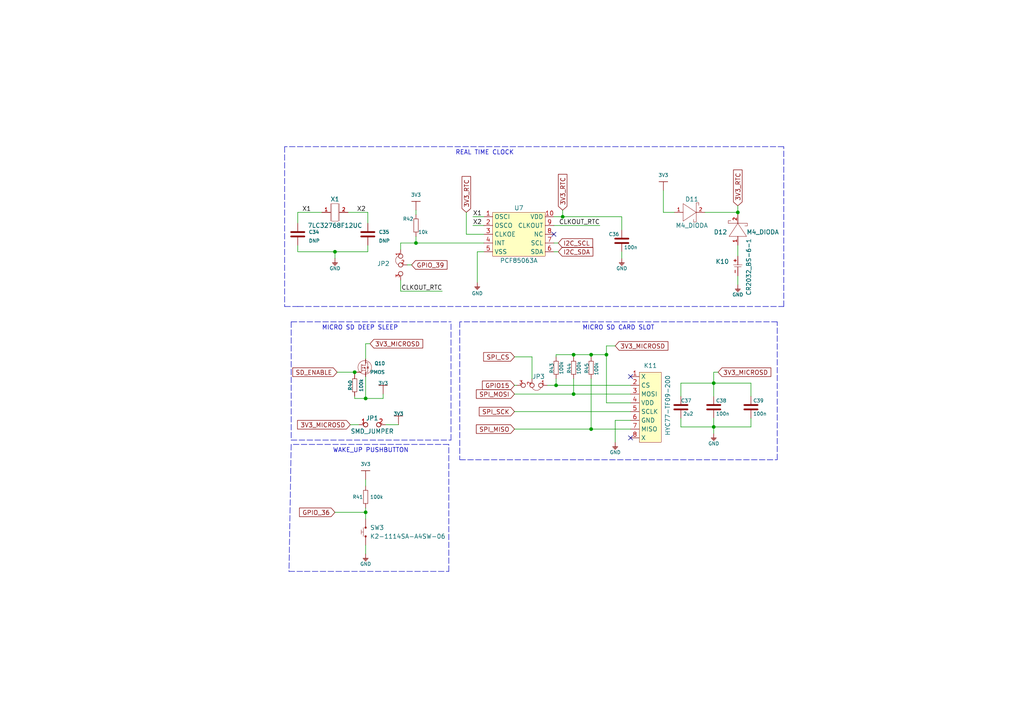
<source format=kicad_sch>
(kicad_sch (version 20211123) (generator eeschema)

  (uuid 79b7ef58-c688-4b2b-9457-04f0b32668ee)

  (paper "A4")

  (title_block
    (title "Soldered Inkplate 10")
    (date "2023-07-24")
    (rev "V1.3.1.")
    (company "SOLDERED")
    (comment 1 "333241")
  )

  (lib_symbols
    (symbol "e-radionica.com schematics:0603C" (pin_numbers hide) (pin_names (offset 0.002)) (in_bom yes) (on_board yes)
      (property "Reference" "C" (id 0) (at 0 3.81 0)
        (effects (font (size 1 1)))
      )
      (property "Value" "0603C" (id 1) (at 0 -3.175 0)
        (effects (font (size 1 1)))
      )
      (property "Footprint" "e-radionica.com footprinti:0603C" (id 2) (at 0.635 -4.445 0)
        (effects (font (size 1 1)) hide)
      )
      (property "Datasheet" "" (id 3) (at 0 0 0)
        (effects (font (size 1 1)) hide)
      )
      (symbol "0603C_0_1"
        (polyline
          (pts
            (xy -0.635 1.905)
            (xy -0.635 -1.905)
          )
          (stroke (width 0.5) (type default) (color 0 0 0 0))
          (fill (type none))
        )
        (polyline
          (pts
            (xy 0.635 1.905)
            (xy 0.635 -1.905)
          )
          (stroke (width 0.5) (type default) (color 0 0 0 0))
          (fill (type none))
        )
      )
      (symbol "0603C_1_1"
        (pin passive line (at -3.175 0 0) (length 2.54)
          (name "~" (effects (font (size 1.27 1.27))))
          (number "1" (effects (font (size 1.27 1.27))))
        )
        (pin passive line (at 3.175 0 180) (length 2.54)
          (name "~" (effects (font (size 1.27 1.27))))
          (number "2" (effects (font (size 1.27 1.27))))
        )
      )
    )
    (symbol "e-radionica.com schematics:0603R" (pin_numbers hide) (pin_names (offset 0.254)) (in_bom yes) (on_board yes)
      (property "Reference" "R" (id 0) (at 0 1.27 0)
        (effects (font (size 1 1)))
      )
      (property "Value" "0603R" (id 1) (at 0 -1.905 0)
        (effects (font (size 1 1)))
      )
      (property "Footprint" "e-radionica.com footprinti:0603R" (id 2) (at 0 -3.81 0)
        (effects (font (size 1 1)) hide)
      )
      (property "Datasheet" "" (id 3) (at -0.635 1.905 0)
        (effects (font (size 1 1)) hide)
      )
      (symbol "0603R_0_1"
        (rectangle (start -1.905 -0.635) (end 1.905 -0.6604)
          (stroke (width 0.1) (type default) (color 0 0 0 0))
          (fill (type none))
        )
        (rectangle (start -1.905 0.635) (end -1.8796 -0.635)
          (stroke (width 0.1) (type default) (color 0 0 0 0))
          (fill (type none))
        )
        (rectangle (start -1.905 0.635) (end 1.905 0.6096)
          (stroke (width 0.1) (type default) (color 0 0 0 0))
          (fill (type none))
        )
        (rectangle (start 1.905 0.635) (end 1.9304 -0.635)
          (stroke (width 0.1) (type default) (color 0 0 0 0))
          (fill (type none))
        )
      )
      (symbol "0603R_1_1"
        (pin passive line (at -3.175 0 0) (length 1.27)
          (name "~" (effects (font (size 1.27 1.27))))
          (number "1" (effects (font (size 1.27 1.27))))
        )
        (pin passive line (at 3.175 0 180) (length 1.27)
          (name "~" (effects (font (size 1.27 1.27))))
          (number "2" (effects (font (size 1.27 1.27))))
        )
      )
    )
    (symbol "e-radionica.com schematics:3V3" (power) (pin_names (offset 0)) (in_bom yes) (on_board yes)
      (property "Reference" "#PWR" (id 0) (at 4.445 0 0)
        (effects (font (size 1 1)) hide)
      )
      (property "Value" "3V3" (id 1) (at 0 3.556 0)
        (effects (font (size 1 1)))
      )
      (property "Footprint" "" (id 2) (at 4.445 3.81 0)
        (effects (font (size 1 1)) hide)
      )
      (property "Datasheet" "" (id 3) (at 4.445 3.81 0)
        (effects (font (size 1 1)) hide)
      )
      (property "ki_keywords" "power-flag" (id 4) (at 0 0 0)
        (effects (font (size 1.27 1.27)) hide)
      )
      (property "ki_description" "Power symbol creates a global label with name \"3V3\"" (id 5) (at 0 0 0)
        (effects (font (size 1.27 1.27)) hide)
      )
      (symbol "3V3_0_1"
        (polyline
          (pts
            (xy -1.27 2.54)
            (xy 1.27 2.54)
          )
          (stroke (width 0.16) (type default) (color 0 0 0 0))
          (fill (type none))
        )
        (polyline
          (pts
            (xy 0 0)
            (xy 0 2.54)
          )
          (stroke (width 0) (type default) (color 0 0 0 0))
          (fill (type none))
        )
      )
      (symbol "3V3_1_1"
        (pin power_in line (at 0 0 90) (length 0) hide
          (name "3V3" (effects (font (size 1.27 1.27))))
          (number "1" (effects (font (size 1.27 1.27))))
        )
      )
    )
    (symbol "e-radionica.com schematics:ABS07AIG-32.768KHZ-7-D-T" (in_bom yes) (on_board yes)
      (property "Reference" "X" (id 0) (at 0 3.81 0)
        (effects (font (size 1.27 1.27)))
      )
      (property "Value" "ABS07AIG-32.768KHZ-7-D-T" (id 1) (at 0 -3.81 0)
        (effects (font (size 1.27 1.27)))
      )
      (property "Footprint" "e-radionica.com footprinti:ABS07AIG-32.768KHZ-7-D-T" (id 2) (at 0 0 0)
        (effects (font (size 1.27 1.27)) hide)
      )
      (property "Datasheet" "" (id 3) (at 0 0 0)
        (effects (font (size 1.27 1.27)) hide)
      )
      (symbol "ABS07AIG-32.768KHZ-7-D-T_0_1"
        (polyline
          (pts
            (xy -1.27 2.54)
            (xy -1.27 -2.54)
          )
          (stroke (width 0.0006) (type default) (color 0 0 0 0))
          (fill (type none))
        )
        (polyline
          (pts
            (xy 1.27 2.54)
            (xy 1.27 -2.54)
            (xy 1.27 -1.27)
          )
          (stroke (width 0.0006) (type default) (color 0 0 0 0))
          (fill (type none))
        )
        (polyline
          (pts
            (xy -1.016 2.54)
            (xy -1.016 -2.54)
            (xy 1.016 -2.54)
            (xy 1.016 2.54)
            (xy -1.016 2.54)
            (xy 0.762 2.54)
          )
          (stroke (width 0.0006) (type default) (color 0 0 0 0))
          (fill (type none))
        )
      )
      (symbol "ABS07AIG-32.768KHZ-7-D-T_1_1"
        (pin passive line (at -3.81 0 0) (length 2.54)
          (name "~" (effects (font (size 1 1))))
          (number "1" (effects (font (size 1 1))))
        )
        (pin passive line (at 3.81 0 180) (length 2.54)
          (name "~" (effects (font (size 1 1))))
          (number "2" (effects (font (size 1 1))))
        )
      )
    )
    (symbol "e-radionica.com schematics:CR2032_BS-6-1" (in_bom yes) (on_board yes)
      (property "Reference" "K" (id 0) (at 0 2.54 0)
        (effects (font (size 1.27 1.27)))
      )
      (property "Value" "CR2032_BS-6-1" (id 1) (at 0 -2.54 0)
        (effects (font (size 1.27 1.27)))
      )
      (property "Footprint" "e-radionica.com footprinti:CR2032-BS-6-1" (id 2) (at 0 -5.08 0)
        (effects (font (size 1.27 1.27)) hide)
      )
      (property "Datasheet" "" (id 3) (at 0 0 0)
        (effects (font (size 1.27 1.27)) hide)
      )
      (property "ki_keywords" "CR2032 BS-6" (id 4) (at 0 0 0)
        (effects (font (size 1.27 1.27)) hide)
      )
      (property "ki_description" "CR2032 HOLDER" (id 5) (at 0 0 0)
        (effects (font (size 1.27 1.27)) hide)
      )
      (symbol "CR2032_BS-6-1_0_1"
        (polyline
          (pts
            (xy 0 -1.27)
            (xy 0 1.27)
            (xy 0 -0.762)
          )
          (stroke (width 0.1) (type default) (color 0 0 0 0))
          (fill (type none))
        )
        (polyline
          (pts
            (xy 0.508 1.016)
            (xy 0.508 -1.016)
            (xy 0.508 -0.762)
          )
          (stroke (width 0.1) (type default) (color 0 0 0 0))
          (fill (type none))
        )
      )
      (symbol "CR2032_BS-6-1_1_1"
        (pin input line (at -2.54 0 0) (length 2.54)
          (name "" (effects (font (size 1 1))))
          (number "+" (effects (font (size 1 1))))
        )
        (pin output line (at 3.175 0 180) (length 2.54)
          (name "" (effects (font (size 1 1))))
          (number "-" (effects (font (size 1 1))))
        )
      )
    )
    (symbol "e-radionica.com schematics:GND" (power) (pin_names (offset 0)) (in_bom yes) (on_board yes)
      (property "Reference" "#PWR" (id 0) (at 4.445 0 0)
        (effects (font (size 1 1)) hide)
      )
      (property "Value" "GND" (id 1) (at 0 -2.921 0)
        (effects (font (size 1 1)))
      )
      (property "Footprint" "" (id 2) (at 4.445 3.81 0)
        (effects (font (size 1 1)) hide)
      )
      (property "Datasheet" "" (id 3) (at 4.445 3.81 0)
        (effects (font (size 1 1)) hide)
      )
      (property "ki_keywords" "power-flag" (id 4) (at 0 0 0)
        (effects (font (size 1.27 1.27)) hide)
      )
      (property "ki_description" "Power symbol creates a global label with name \"GND\"" (id 5) (at 0 0 0)
        (effects (font (size 1.27 1.27)) hide)
      )
      (symbol "GND_0_1"
        (polyline
          (pts
            (xy -0.762 -1.27)
            (xy 0.762 -1.27)
          )
          (stroke (width 0.16) (type default) (color 0 0 0 0))
          (fill (type none))
        )
        (polyline
          (pts
            (xy -0.635 -1.524)
            (xy 0.635 -1.524)
          )
          (stroke (width 0.16) (type default) (color 0 0 0 0))
          (fill (type none))
        )
        (polyline
          (pts
            (xy -0.381 -1.778)
            (xy 0.381 -1.778)
          )
          (stroke (width 0.16) (type default) (color 0 0 0 0))
          (fill (type none))
        )
        (polyline
          (pts
            (xy -0.127 -2.032)
            (xy 0.127 -2.032)
          )
          (stroke (width 0.16) (type default) (color 0 0 0 0))
          (fill (type none))
        )
        (polyline
          (pts
            (xy 0 0)
            (xy 0 -1.27)
          )
          (stroke (width 0.16) (type default) (color 0 0 0 0))
          (fill (type none))
        )
      )
      (symbol "GND_1_1"
        (pin power_in line (at 0 0 270) (length 0) hide
          (name "GND" (effects (font (size 1.27 1.27))))
          (number "1" (effects (font (size 1.27 1.27))))
        )
      )
    )
    (symbol "e-radionica.com schematics:HYC77-TF09-200" (in_bom yes) (on_board yes)
      (property "Reference" "K" (id 0) (at 0 11.43 0)
        (effects (font (size 1.27 1.27)))
      )
      (property "Value" "HYC77-TF09-200" (id 1) (at 0 -11.43 0)
        (effects (font (size 1.27 1.27)))
      )
      (property "Footprint" "e-radionica.com footprinti:HYC77-TF09-200" (id 2) (at 0 -13.97 0)
        (effects (font (size 1.27 1.27)) hide)
      )
      (property "Datasheet" "" (id 3) (at -1.27 5.08 0)
        (effects (font (size 1.27 1.27)) hide)
      )
      (property "ki_keywords" "micro SD card holder" (id 4) (at 0 0 0)
        (effects (font (size 1.27 1.27)) hide)
      )
      (property "ki_description" "Micro SDcard holder" (id 5) (at 0 0 0)
        (effects (font (size 1.27 1.27)) hide)
      )
      (symbol "HYC77-TF09-200_0_1"
        (rectangle (start -2.54 10.16) (end 3.81 -10.16)
          (stroke (width 0.1) (type default) (color 0 0 0 0))
          (fill (type background))
        )
      )
      (symbol "HYC77-TF09-200_1_1"
        (pin bidirectional line (at -5.08 8.89 0) (length 2.54)
          (name "X" (effects (font (size 1.27 1.27))))
          (number "1" (effects (font (size 1.27 1.27))))
        )
        (pin bidirectional line (at -5.08 6.35 0) (length 2.54)
          (name "CS" (effects (font (size 1.27 1.27))))
          (number "2" (effects (font (size 1.27 1.27))))
        )
        (pin bidirectional line (at -5.08 3.81 0) (length 2.54)
          (name "MOSI" (effects (font (size 1.27 1.27))))
          (number "3" (effects (font (size 1.27 1.27))))
        )
        (pin bidirectional line (at -5.08 1.27 0) (length 2.54)
          (name "VDD" (effects (font (size 1.27 1.27))))
          (number "4" (effects (font (size 1.27 1.27))))
        )
        (pin bidirectional line (at -5.08 -1.27 0) (length 2.54)
          (name "SCLK" (effects (font (size 1.27 1.27))))
          (number "5" (effects (font (size 1.27 1.27))))
        )
        (pin bidirectional line (at -5.08 -3.81 0) (length 2.54)
          (name "GND" (effects (font (size 1.27 1.27))))
          (number "6" (effects (font (size 1.27 1.27))))
        )
        (pin bidirectional line (at -5.08 -6.35 0) (length 2.54)
          (name "MISO" (effects (font (size 1.27 1.27))))
          (number "7" (effects (font (size 1.27 1.27))))
        )
        (pin bidirectional line (at -5.08 -8.89 0) (length 2.54)
          (name "X" (effects (font (size 1.27 1.27))))
          (number "8" (effects (font (size 1.27 1.27))))
        )
      )
    )
    (symbol "e-radionica.com schematics:K2-1114SA-A4SW-06" (pin_numbers hide) (pin_names hide) (in_bom yes) (on_board yes)
      (property "Reference" "SW" (id 0) (at 0 2.54 0)
        (effects (font (size 1.27 1.27)))
      )
      (property "Value" "K2-1114SA-A4SW-06" (id 1) (at 0 -2.54 0)
        (effects (font (size 1.27 1.27)))
      )
      (property "Footprint" "e-radionica.com footprinti:K2-1114SA-A4SW-06" (id 2) (at 0 -5.08 0)
        (effects (font (size 1.27 1.27)) hide)
      )
      (property "Datasheet" "" (id 3) (at 1.27 17.78 0)
        (effects (font (size 1.27 1.27)) hide)
      )
      (symbol "K2-1114SA-A4SW-06_0_1"
        (circle (center -1.27 0) (radius 0.254)
          (stroke (width 0.001) (type default) (color 0 0 0 0))
          (fill (type outline))
        )
        (polyline
          (pts
            (xy -1.27 0.635)
            (xy 1.27 0.635)
          )
          (stroke (width 0.1) (type default) (color 0 0 0 0))
          (fill (type none))
        )
        (polyline
          (pts
            (xy 0 0.635)
            (xy 0 1.27)
          )
          (stroke (width 0.0006) (type default) (color 0 0 0 0))
          (fill (type none))
        )
        (polyline
          (pts
            (xy 0.635 1.27)
            (xy -0.635 1.27)
          )
          (stroke (width 0.1) (type default) (color 0 0 0 0))
          (fill (type none))
        )
        (circle (center 1.27 0) (radius 0.254)
          (stroke (width 0.001) (type default) (color 0 0 0 0))
          (fill (type outline))
        )
      )
      (symbol "K2-1114SA-A4SW-06_1_1"
        (pin passive line (at -3.81 0 0) (length 2.54)
          (name "~" (effects (font (size 1 1))))
          (number "1" (effects (font (size 1 1))))
        )
        (pin passive line (at 3.81 0 180) (length 2.54)
          (name "~" (effects (font (size 1 1))))
          (number "2" (effects (font (size 1 1))))
        )
      )
    )
    (symbol "e-radionica.com schematics:M4_DIODA" (pin_names hide) (in_bom yes) (on_board yes)
      (property "Reference" "D" (id 0) (at 0 3.81 0)
        (effects (font (size 1.27 1.27)))
      )
      (property "Value" "M4_DIODA" (id 1) (at 0 -4.572 0)
        (effects (font (size 1.27 1.27)))
      )
      (property "Footprint" "e-radionica.com footprinti:M4_DIODA" (id 2) (at 0 -6.35 0)
        (effects (font (size 1.27 1.27)) hide)
      )
      (property "Datasheet" "" (id 3) (at 0 0 0)
        (effects (font (size 1.27 1.27)) hide)
      )
      (symbol "M4_DIODA_0_1"
        (polyline
          (pts
            (xy -2.54 2.54)
            (xy -2.54 -2.54)
            (xy 1.27 0)
            (xy -2.54 2.54)
          )
          (stroke (width 0.1) (type default) (color 0 0 0 0))
          (fill (type none))
        )
        (polyline
          (pts
            (xy 1.27 2.794)
            (xy 1.27 -2.794)
            (xy 0.508 -2.794)
            (xy 0.508 -2.032)
          )
          (stroke (width 0.1) (type default) (color 0 0 0 0))
          (fill (type none))
        )
        (polyline
          (pts
            (xy 1.27 2.794)
            (xy 2.032 2.794)
            (xy 2.032 2.032)
            (xy 2.032 2.54)
          )
          (stroke (width 0.1) (type default) (color 0 0 0 0))
          (fill (type none))
        )
      )
      (symbol "M4_DIODA_1_1"
        (pin passive line (at -5.08 0 0) (length 2.54)
          (name "A" (effects (font (size 1 1))))
          (number "1" (effects (font (size 1 1))))
        )
        (pin passive line (at 3.81 0 180) (length 2.54)
          (name "K" (effects (font (size 1 1))))
          (number "2" (effects (font (size 1 1))))
        )
      )
    )
    (symbol "e-radionica.com schematics:PCF85063A" (in_bom yes) (on_board yes)
      (property "Reference" "U" (id 0) (at 0 7.62 0)
        (effects (font (size 1.27 1.27)))
      )
      (property "Value" "PCF85063A" (id 1) (at 0 -7.62 0)
        (effects (font (size 1.27 1.27)))
      )
      (property "Footprint" "e-radionica.com footprinti:PCF85063A" (id 2) (at 0 -10.16 0)
        (effects (font (size 1.27 1.27)) hide)
      )
      (property "Datasheet" "" (id 3) (at -6.35 2.54 0)
        (effects (font (size 1.27 1.27)) hide)
      )
      (symbol "PCF85063A_0_1"
        (rectangle (start -7.62 6.35) (end 7.62 -6.35)
          (stroke (width 0.1) (type default) (color 0 0 0 0))
          (fill (type background))
        )
      )
      (symbol "PCF85063A_1_1"
        (pin passive line (at -10.16 5.08 0) (length 2.54)
          (name "OSCI" (effects (font (size 1.27 1.27))))
          (number "1" (effects (font (size 1.27 1.27))))
        )
        (pin passive line (at 10.16 5.08 180) (length 2.54)
          (name "VDD" (effects (font (size 1.27 1.27))))
          (number "10" (effects (font (size 1.27 1.27))))
        )
        (pin passive line (at -10.16 2.54 0) (length 2.54)
          (name "OSCO" (effects (font (size 1.27 1.27))))
          (number "2" (effects (font (size 1.27 1.27))))
        )
        (pin passive line (at -10.16 0 0) (length 2.54)
          (name "CLKOE" (effects (font (size 1.27 1.27))))
          (number "3" (effects (font (size 1.27 1.27))))
        )
        (pin passive line (at -10.16 -2.54 0) (length 2.54)
          (name "INT" (effects (font (size 1.27 1.27))))
          (number "4" (effects (font (size 1.27 1.27))))
        )
        (pin passive line (at -10.16 -5.08 0) (length 2.54)
          (name "VSS" (effects (font (size 1.27 1.27))))
          (number "5" (effects (font (size 1.27 1.27))))
        )
        (pin passive line (at 10.16 -5.08 180) (length 2.54)
          (name "SDA" (effects (font (size 1.27 1.27))))
          (number "6" (effects (font (size 1.27 1.27))))
        )
        (pin passive line (at 10.16 -2.54 180) (length 2.54)
          (name "SCL" (effects (font (size 1.27 1.27))))
          (number "7" (effects (font (size 1.27 1.27))))
        )
        (pin passive line (at 10.16 0 180) (length 2.54)
          (name "NC" (effects (font (size 1.27 1.27))))
          (number "8" (effects (font (size 1.27 1.27))))
        )
        (pin passive line (at 10.16 2.54 180) (length 2.54)
          (name "CLKOUT" (effects (font (size 1.27 1.27))))
          (number "9" (effects (font (size 1.27 1.27))))
        )
      )
    )
    (symbol "e-radionica.com schematics:PMOS-SOT-23-3" (pin_numbers hide) (pin_names hide) (in_bom yes) (on_board yes)
      (property "Reference" "Q" (id 0) (at -1.27 2.54 0)
        (effects (font (size 1 1)))
      )
      (property "Value" "PMOS-SOT-23-3" (id 1) (at 0.381 -4.064 0)
        (effects (font (size 1 1)))
      )
      (property "Footprint" "e-radionica.com footprinti:SOT-23-3" (id 2) (at 1.27 -7.62 0)
        (effects (font (size 1 1)) hide)
      )
      (property "Datasheet" "" (id 3) (at 0 0 0)
        (effects (font (size 1 1)) hide)
      )
      (symbol "PMOS-SOT-23-3_0_1"
        (polyline
          (pts
            (xy 0 -1.27)
            (xy 0 1.016)
          )
          (stroke (width 0.1) (type default) (color 0 0 0 0))
          (fill (type none))
        )
        (polyline
          (pts
            (xy 0.254 -1.016)
            (xy 0.254 -0.508)
          )
          (stroke (width 0.1) (type default) (color 0 0 0 0))
          (fill (type none))
        )
        (polyline
          (pts
            (xy 0.254 -0.762)
            (xy 1.27 -0.762)
          )
          (stroke (width 0.1) (type default) (color 0 0 0 0))
          (fill (type none))
        )
        (polyline
          (pts
            (xy 0.254 -0.254)
            (xy 0.254 0.254)
          )
          (stroke (width 0.1) (type default) (color 0 0 0 0))
          (fill (type none))
        )
        (polyline
          (pts
            (xy 0.254 0.762)
            (xy 1.27 0.762)
          )
          (stroke (width 0.1) (type default) (color 0 0 0 0))
          (fill (type none))
        )
        (polyline
          (pts
            (xy 0.254 1.016)
            (xy 0.254 0.508)
          )
          (stroke (width 0.1) (type default) (color 0 0 0 0))
          (fill (type none))
        )
        (polyline
          (pts
            (xy 1.27 -1.27)
            (xy 1.27 -0.762)
          )
          (stroke (width 0.1) (type default) (color 0 0 0 0))
          (fill (type none))
        )
        (polyline
          (pts
            (xy 1.27 0.762)
            (xy 1.27 1.27)
          )
          (stroke (width 0.1) (type default) (color 0 0 0 0))
          (fill (type none))
        )
        (polyline
          (pts
            (xy 2.159 -0.127)
            (xy 1.651 -0.127)
          )
          (stroke (width 0.1) (type default) (color 0 0 0 0))
          (fill (type none))
        )
        (polyline
          (pts
            (xy 2.159 0.254)
            (xy 1.905 -0.127)
          )
          (stroke (width 0.1) (type default) (color 0 0 0 0))
          (fill (type none))
        )
        (polyline
          (pts
            (xy 0.254 0)
            (xy 1.27 0)
            (xy 1.27 -0.762)
          )
          (stroke (width 0.1) (type default) (color 0 0 0 0))
          (fill (type none))
        )
        (polyline
          (pts
            (xy 2.159 0.254)
            (xy 1.651 0.254)
            (xy 1.905 -0.127)
          )
          (stroke (width 0.1) (type default) (color 0 0 0 0))
          (fill (type none))
        )
        (polyline
          (pts
            (xy 1.143 0)
            (xy 0.889 -0.254)
            (xy 0.889 0.254)
            (xy 1.143 0)
          )
          (stroke (width 0.1) (type default) (color 0 0 0 0))
          (fill (type none))
        )
        (polyline
          (pts
            (xy 1.27 -1.27)
            (xy 1.905 -1.27)
            (xy 1.905 1.524)
            (xy 1.27 1.524)
          )
          (stroke (width 0.1) (type default) (color 0 0 0 0))
          (fill (type none))
        )
        (circle (center 1.016 0.127) (radius 1.9716)
          (stroke (width 0.1) (type default) (color 0 0 0 0))
          (fill (type none))
        )
      )
      (symbol "PMOS-SOT-23-3_1_1"
        (pin passive line (at -1.27 -1.27 0) (length 1.27)
          (name "G" (effects (font (size 1 1))))
          (number "1" (effects (font (size 1 1))))
        )
        (pin passive line (at 1.27 -2.54 90) (length 1.27)
          (name "S" (effects (font (size 1 1))))
          (number "2" (effects (font (size 1 1))))
        )
        (pin passive line (at 1.27 2.54 270) (length 1.27)
          (name "D" (effects (font (size 1 1))))
          (number "3" (effects (font (size 1 1))))
        )
      )
    )
    (symbol "e-radionica.com schematics:SMD_JUMPER" (in_bom yes) (on_board yes)
      (property "Reference" "JP" (id 0) (at 0 1.397 0)
        (effects (font (size 1.27 1.27)))
      )
      (property "Value" "SMD_JUMPER" (id 1) (at 0 -2.54 0)
        (effects (font (size 1.27 1.27)))
      )
      (property "Footprint" "e-radionica.com footprinti:SMD_JUMPER" (id 2) (at 0 -5.08 0)
        (effects (font (size 1.27 1.27)) hide)
      )
      (property "Datasheet" "" (id 3) (at 0 0 0)
        (effects (font (size 1.27 1.27)) hide)
      )
      (symbol "SMD_JUMPER_1_1"
        (pin passive inverted (at -3.81 0 0) (length 2.54)
          (name "" (effects (font (size 1.27 1.27))))
          (number "1" (effects (font (size 1.27 1.27))))
        )
        (pin passive inverted (at 3.81 0 180) (length 2.54)
          (name "" (effects (font (size 1.27 1.27))))
          (number "2" (effects (font (size 1.27 1.27))))
        )
      )
    )
    (symbol "e-radionica.com schematics:SMD_JUMPER_3_PAD_CONNECTED_LEFT_TRACE" (in_bom yes) (on_board yes)
      (property "Reference" "JP" (id 0) (at 0 3.81 0)
        (effects (font (size 1.27 1.27)))
      )
      (property "Value" "SMD_JUMPER_3_PAD_CONNECTED_LEFT_TRACE" (id 1) (at -1.27 -7.62 0)
        (effects (font (size 1.27 1.27)) hide)
      )
      (property "Footprint" "e-radionica.com footprinti:SMD_JUMPER_3_PAD_CONNECTED_LEFT_TRACE" (id 2) (at 2.54 -12.7 0)
        (effects (font (size 1.27 1.27)) hide)
      )
      (property "Datasheet" "" (id 3) (at 0 0 0)
        (effects (font (size 1.27 1.27)) hide)
      )
      (symbol "SMD_JUMPER_3_PAD_CONNECTED_LEFT_TRACE_0_1"
        (arc (start -0.635 0.5842) (mid -1.9346 1.472) (end -3.2512 0.6096)
          (stroke (width 0.1) (type default) (color 0 0 0 0))
          (fill (type none))
        )
      )
      (symbol "SMD_JUMPER_3_PAD_CONNECTED_LEFT_TRACE_1_1"
        (pin passive inverted (at -5.08 0 0) (length 2.54)
          (name "" (effects (font (size 1 1))))
          (number "1" (effects (font (size 1 1))))
        )
        (pin passive inverted (at -0.635 -1.905 90) (length 2.54)
          (name "" (effects (font (size 1 1))))
          (number "2" (effects (font (size 1 1))))
        )
        (pin passive inverted (at 3.81 0 180) (length 2.54)
          (name "" (effects (font (size 1 1))))
          (number "3" (effects (font (size 1 1))))
        )
      )
    )
  )

  (junction (at 171.45 102.87) (diameter 0) (color 0 0 0 0)
    (uuid 0bfd93fe-9500-4acd-80a7-b647ac07a905)
  )
  (junction (at 166.37 114.3) (diameter 0) (color 0 0 0 0)
    (uuid 0c232ead-ff27-47b2-991f-723c1611e9d3)
  )
  (junction (at 106.045 148.59) (diameter 0) (color 0 0 0 0)
    (uuid 175b7a4e-4fe5-451e-96bf-e549134ef222)
  )
  (junction (at 106.045 115.57) (diameter 0) (color 0 0 0 0)
    (uuid 24294bc2-630c-4f0e-8d41-9f47de48ff88)
  )
  (junction (at 171.45 124.46) (diameter 0) (color 0 0 0 0)
    (uuid 3b6000f9-5eba-4ee8-ab75-c5e0c589f7ac)
  )
  (junction (at 161.29 111.76) (diameter 0) (color 0 0 0 0)
    (uuid 479b57c1-620b-4dc5-a605-591f34599c68)
  )
  (junction (at 213.995 61.595) (diameter 0) (color 0 0 0 0)
    (uuid 641026af-becd-40d8-816d-e62ca8f758f9)
  )
  (junction (at 120.65 70.485) (diameter 0) (color 0 0 0 0)
    (uuid 6572f79c-a891-4f99-8c41-8663cdb04a9d)
  )
  (junction (at 163.195 62.865) (diameter 0) (color 0 0 0 0)
    (uuid 67b32a80-eee6-44a8-8cb8-222d30659495)
  )
  (junction (at 102.87 107.95) (diameter 0) (color 0 0 0 0)
    (uuid 9a116823-3062-4ebb-a389-3a5daafdc20f)
  )
  (junction (at 207.01 123.825) (diameter 0) (color 0 0 0 0)
    (uuid 9d228f62-3441-4ee7-b8d5-7566552a732f)
  )
  (junction (at 207.01 111.125) (diameter 0) (color 0 0 0 0)
    (uuid c6d43b06-1fac-498d-997e-e34f0d65fe4e)
  )
  (junction (at 97.155 73.025) (diameter 0) (color 0 0 0 0)
    (uuid d5391dc2-8479-40f0-bf3c-55209689384a)
  )
  (junction (at 175.895 102.87) (diameter 0) (color 0 0 0 0)
    (uuid e1e607a1-8167-4d0d-93db-c92225fa10cf)
  )
  (junction (at 166.37 102.87) (diameter 0) (color 0 0 0 0)
    (uuid fb73a63a-1ab3-4f3e-9103-7d550dd00054)
  )

  (no_connect (at 182.88 109.22) (uuid 9dc26dd4-9485-4c89-8190-57f815ca67ec))
  (no_connect (at 160.655 67.945) (uuid c036b9c3-8cab-42f8-9045-7ea484b03c39))
  (no_connect (at 182.88 127) (uuid ceab70ac-d16e-4fdf-81b3-35dd4d8d0338))

  (polyline (pts (xy 133.35 133.35) (xy 225.425 133.35))
    (stroke (width 0) (type default) (color 0 0 0 0))
    (uuid 021edd5e-8afc-4d53-9fb0-2737fb1b2487)
  )

  (wire (pts (xy 140.335 67.945) (xy 135.255 67.945))
    (stroke (width 0) (type default) (color 0 0 0 0))
    (uuid 022141f8-8d34-42da-90a3-0e645e6a450a)
  )
  (wire (pts (xy 213.995 71.12) (xy 213.995 74.295))
    (stroke (width 0) (type default) (color 0 0 0 0))
    (uuid 0299734f-e7ce-4268-90db-3b03be888986)
  )
  (wire (pts (xy 213.995 59.69) (xy 213.995 61.595))
    (stroke (width 0) (type default) (color 0 0 0 0))
    (uuid 046e4368-b984-48aa-911f-9759a2878d09)
  )
  (wire (pts (xy 161.29 109.855) (xy 161.29 111.76))
    (stroke (width 0) (type default) (color 0 0 0 0))
    (uuid 07c0e51c-bc6d-4ec3-9c64-de3992317ac5)
  )
  (wire (pts (xy 197.485 114.935) (xy 197.485 111.125))
    (stroke (width 0) (type default) (color 0 0 0 0))
    (uuid 099d516e-e276-4cb6-9b94-5e1ed717d739)
  )
  (wire (pts (xy 217.805 114.935) (xy 217.805 111.125))
    (stroke (width 0) (type default) (color 0 0 0 0))
    (uuid 0b838f41-52a5-4a39-8cde-32badf8b65cb)
  )
  (wire (pts (xy 192.405 61.595) (xy 195.58 61.595))
    (stroke (width 0) (type default) (color 0 0 0 0))
    (uuid 10f95310-255b-493c-ac24-50ebb7de2e30)
  )
  (wire (pts (xy 149.225 114.3) (xy 166.37 114.3))
    (stroke (width 0) (type default) (color 0 0 0 0))
    (uuid 11f9f76f-c5b2-4717-9878-21dfb3028489)
  )
  (wire (pts (xy 106.045 147.32) (xy 106.045 148.59))
    (stroke (width 0) (type default) (color 0 0 0 0))
    (uuid 1523605c-ea7c-4638-9416-964bb1cbdd2a)
  )
  (wire (pts (xy 207.01 107.95) (xy 207.01 111.125))
    (stroke (width 0) (type default) (color 0 0 0 0))
    (uuid 194821cc-f831-4cfb-a53f-4c34ae368a9c)
  )
  (polyline (pts (xy 227.33 88.9) (xy 227.33 42.545))
    (stroke (width 0) (type default) (color 0 0 0 0))
    (uuid 1bc85c48-0f26-4152-ae91-3e00f58c1d12)
  )

  (wire (pts (xy 101.6 123.19) (xy 104.14 123.19))
    (stroke (width 0) (type default) (color 0 0 0 0))
    (uuid 224135e6-6691-4ff6-a48b-32bf5869dc61)
  )
  (wire (pts (xy 160.655 70.485) (xy 161.925 70.485))
    (stroke (width 0) (type default) (color 0 0 0 0))
    (uuid 25346446-69a2-4f4a-9516-e170aa397cfc)
  )
  (polyline (pts (xy 225.425 133.35) (xy 225.425 93.345))
    (stroke (width 0) (type default) (color 0 0 0 0))
    (uuid 25f6dad3-32fe-4ab0-9e52-2f71d68316ab)
  )
  (polyline (pts (xy 84.455 93.345) (xy 130.81 93.345))
    (stroke (width 0) (type default) (color 0 0 0 0))
    (uuid 26d3a537-f50d-4c9e-9836-6833fe80f5b7)
  )

  (wire (pts (xy 106.045 148.59) (xy 106.045 150.495))
    (stroke (width 0) (type default) (color 0 0 0 0))
    (uuid 2918ae1c-cd1d-4421-b73f-4bfbb5c5e58f)
  )
  (wire (pts (xy 207.01 121.285) (xy 207.01 123.825))
    (stroke (width 0) (type default) (color 0 0 0 0))
    (uuid 2a1d1e00-53ac-49b3-b15d-52f95724372a)
  )
  (polyline (pts (xy 130.175 128.905) (xy 84.455 128.905))
    (stroke (width 0) (type default) (color 0 0 0 0))
    (uuid 2e858d61-dc88-49dc-88ee-08a1697b33c4)
  )

  (wire (pts (xy 217.805 111.125) (xy 207.01 111.125))
    (stroke (width 0) (type default) (color 0 0 0 0))
    (uuid 2f170ebb-360f-4dbd-8da2-4df91f0461f5)
  )
  (wire (pts (xy 120.65 70.485) (xy 140.335 70.485))
    (stroke (width 0) (type default) (color 0 0 0 0))
    (uuid 31059eec-9b80-46c9-aee7-c2bcbf2b0cf6)
  )
  (wire (pts (xy 161.29 102.87) (xy 166.37 102.87))
    (stroke (width 0) (type default) (color 0 0 0 0))
    (uuid 31943843-ff6b-4e8d-ba9e-5a08a32613d6)
  )
  (wire (pts (xy 175.895 102.87) (xy 171.45 102.87))
    (stroke (width 0) (type default) (color 0 0 0 0))
    (uuid 34c38d6c-c5b9-403f-a5c8-c22f06a6a51a)
  )
  (polyline (pts (xy 82.55 88.9) (xy 86.36 88.9))
    (stroke (width 0) (type default) (color 0 0 0 0))
    (uuid 34c91376-048a-4b80-8f20-f96276b5b517)
  )

  (wire (pts (xy 102.87 107.95) (xy 103.505 107.95))
    (stroke (width 0) (type default) (color 0 0 0 0))
    (uuid 35260185-3102-4255-babc-a9eaa50bda4c)
  )
  (wire (pts (xy 120.65 60.96) (xy 120.65 62.23))
    (stroke (width 0) (type default) (color 0 0 0 0))
    (uuid 385a2703-9922-4002-8f38-8650ae08dcd3)
  )
  (wire (pts (xy 207.01 111.125) (xy 207.01 114.935))
    (stroke (width 0) (type default) (color 0 0 0 0))
    (uuid 39ea8354-b988-4ae4-8120-586a650b1c06)
  )
  (wire (pts (xy 106.045 139.065) (xy 106.045 140.97))
    (stroke (width 0) (type default) (color 0 0 0 0))
    (uuid 3cc4b45a-f617-4fdb-830a-b23bf86712bb)
  )
  (polyline (pts (xy 84.455 128.905) (xy 83.82 165.735))
    (stroke (width 0) (type default) (color 0 0 0 0))
    (uuid 41bf19e5-ee10-4b8e-866c-81d3fbc7a855)
  )

  (wire (pts (xy 180.34 62.865) (xy 180.34 66.675))
    (stroke (width 0) (type default) (color 0 0 0 0))
    (uuid 465d03c9-8a55-4e8f-84cb-dd9ce359177d)
  )
  (wire (pts (xy 137.16 65.405) (xy 140.335 65.405))
    (stroke (width 0) (type default) (color 0 0 0 0))
    (uuid 4c685ec1-d1f2-4b1e-927c-66c64910d336)
  )
  (wire (pts (xy 197.485 111.125) (xy 207.01 111.125))
    (stroke (width 0) (type default) (color 0 0 0 0))
    (uuid 4d65c1a8-6c7e-4b1c-bcef-ce44ed700799)
  )
  (wire (pts (xy 116.205 70.485) (xy 116.205 72.39))
    (stroke (width 0) (type default) (color 0 0 0 0))
    (uuid 500f88a1-b580-4031-bea2-920fca507813)
  )
  (wire (pts (xy 102.87 114.935) (xy 102.87 115.57))
    (stroke (width 0) (type default) (color 0 0 0 0))
    (uuid 51f238eb-7b21-4dff-9f4b-7bb089e3f107)
  )
  (wire (pts (xy 149.225 119.38) (xy 182.88 119.38))
    (stroke (width 0) (type default) (color 0 0 0 0))
    (uuid 52098279-4883-49d9-b9ae-9e36173f893a)
  )
  (wire (pts (xy 106.68 61.595) (xy 106.68 64.77))
    (stroke (width 0) (type default) (color 0 0 0 0))
    (uuid 57271134-89cc-43a3-bcbe-3db2b2f47419)
  )
  (wire (pts (xy 166.37 102.87) (xy 166.37 103.505))
    (stroke (width 0) (type default) (color 0 0 0 0))
    (uuid 58fab5e8-dbb6-49cd-92e0-2d929342f214)
  )
  (wire (pts (xy 217.805 123.825) (xy 207.01 123.825))
    (stroke (width 0) (type default) (color 0 0 0 0))
    (uuid 5af8f89d-8728-4988-b102-a7d3f77a94df)
  )
  (wire (pts (xy 106.045 158.115) (xy 106.045 160.655))
    (stroke (width 0) (type default) (color 0 0 0 0))
    (uuid 5c855e63-9620-4e4d-b3bf-69c44d17c48b)
  )
  (polyline (pts (xy 83.82 165.735) (xy 88.265 165.735))
    (stroke (width 0) (type default) (color 0 0 0 0))
    (uuid 5d2c4ce7-e8d1-4191-9989-c663d1615ee1)
  )

  (wire (pts (xy 86.36 71.12) (xy 86.36 73.025))
    (stroke (width 0) (type default) (color 0 0 0 0))
    (uuid 5f9e9107-8a03-4db3-9e55-353eecb021e2)
  )
  (wire (pts (xy 118.11 76.835) (xy 119.38 76.835))
    (stroke (width 0) (type default) (color 0 0 0 0))
    (uuid 61581764-8e24-4b43-b230-b417bbc4bb7d)
  )
  (wire (pts (xy 175.895 116.84) (xy 182.88 116.84))
    (stroke (width 0) (type default) (color 0 0 0 0))
    (uuid 61cb0366-eeb8-4f13-86b8-c1aed2be28a2)
  )
  (wire (pts (xy 166.37 114.3) (xy 182.88 114.3))
    (stroke (width 0) (type default) (color 0 0 0 0))
    (uuid 64beca30-17c8-418e-a066-2b823d61cab5)
  )
  (wire (pts (xy 111.76 123.19) (xy 115.57 123.19))
    (stroke (width 0) (type default) (color 0 0 0 0))
    (uuid 65c975de-5803-4f2e-bbc7-b6f3be8a4016)
  )
  (polyline (pts (xy 130.81 127.635) (xy 130.81 93.345))
    (stroke (width 0) (type default) (color 0 0 0 0))
    (uuid 687e698a-3c58-4aed-ac2e-3ac71a662d1d)
  )

  (wire (pts (xy 182.88 121.92) (xy 178.435 121.92))
    (stroke (width 0) (type default) (color 0 0 0 0))
    (uuid 6dd652b7-95c3-4cc1-a9fe-776cfb239500)
  )
  (wire (pts (xy 149.225 103.505) (xy 154.305 103.505))
    (stroke (width 0) (type default) (color 0 0 0 0))
    (uuid 736770b5-a55a-40cd-b551-982962d6315d)
  )
  (wire (pts (xy 149.225 111.76) (xy 149.86 111.76))
    (stroke (width 0) (type default) (color 0 0 0 0))
    (uuid 74a837ea-c05e-4b10-bbe8-45226ae36d46)
  )
  (wire (pts (xy 171.45 102.87) (xy 171.45 103.505))
    (stroke (width 0) (type default) (color 0 0 0 0))
    (uuid 75f44034-1669-48dc-b44c-bf2f918d9c95)
  )
  (wire (pts (xy 180.34 73.025) (xy 180.34 74.93))
    (stroke (width 0) (type default) (color 0 0 0 0))
    (uuid 775a04dd-538c-4f72-ac77-5578ee101ace)
  )
  (wire (pts (xy 171.45 109.855) (xy 171.45 124.46))
    (stroke (width 0) (type default) (color 0 0 0 0))
    (uuid 7a8139ac-3f5e-454a-8b2d-a8f0ed1a4359)
  )
  (wire (pts (xy 116.205 70.485) (xy 120.65 70.485))
    (stroke (width 0) (type default) (color 0 0 0 0))
    (uuid 7f15c180-5da6-4ced-9132-a6f4aff1eb8a)
  )
  (wire (pts (xy 163.195 62.865) (xy 160.655 62.865))
    (stroke (width 0) (type default) (color 0 0 0 0))
    (uuid 80e6af04-cadc-4713-97e5-b2b71569c8aa)
  )
  (polyline (pts (xy 88.265 165.735) (xy 130.175 165.735))
    (stroke (width 0) (type default) (color 0 0 0 0))
    (uuid 83931e81-8f99-4c48-9ed3-c3fbac1e0a9e)
  )

  (wire (pts (xy 106.045 104.14) (xy 106.045 99.695))
    (stroke (width 0) (type default) (color 0 0 0 0))
    (uuid 84d42205-c4f4-4134-9485-3c4723d20ada)
  )
  (wire (pts (xy 116.205 84.455) (xy 128.27 84.455))
    (stroke (width 0) (type default) (color 0 0 0 0))
    (uuid 85300cdf-c607-4823-812b-51b9daf69205)
  )
  (wire (pts (xy 175.895 100.33) (xy 175.895 102.87))
    (stroke (width 0) (type default) (color 0 0 0 0))
    (uuid 85d5be9c-8b88-4195-b374-bd7ddf4b511a)
  )
  (wire (pts (xy 100.965 61.595) (xy 106.68 61.595))
    (stroke (width 0) (type default) (color 0 0 0 0))
    (uuid 89254956-7aec-4519-a998-daf648f32b36)
  )
  (wire (pts (xy 120.65 68.58) (xy 120.65 70.485))
    (stroke (width 0) (type default) (color 0 0 0 0))
    (uuid 8bb498a4-4d1d-4535-929d-3354e1ed1ba0)
  )
  (wire (pts (xy 106.68 71.12) (xy 106.68 73.025))
    (stroke (width 0) (type default) (color 0 0 0 0))
    (uuid 8e842d8e-1073-4239-a75d-d47c1ac84e59)
  )
  (wire (pts (xy 171.45 124.46) (xy 182.88 124.46))
    (stroke (width 0) (type default) (color 0 0 0 0))
    (uuid 8ff41200-ce1f-4439-b1f1-51e0abfe233b)
  )
  (wire (pts (xy 217.805 121.285) (xy 217.805 123.825))
    (stroke (width 0) (type default) (color 0 0 0 0))
    (uuid 913055ff-2cbc-4b69-9e4e-178953de2935)
  )
  (wire (pts (xy 163.195 62.865) (xy 180.34 62.865))
    (stroke (width 0) (type default) (color 0 0 0 0))
    (uuid 913eba6f-8ec1-48b3-b516-f96ab3fe7ca7)
  )
  (wire (pts (xy 204.47 61.595) (xy 213.995 61.595))
    (stroke (width 0) (type default) (color 0 0 0 0))
    (uuid 9179873c-a076-4861-a9c3-ac3523e4fdfe)
  )
  (wire (pts (xy 106.045 109.22) (xy 106.045 115.57))
    (stroke (width 0) (type default) (color 0 0 0 0))
    (uuid 93560d8b-324d-48b8-8c36-c324eb8c3321)
  )
  (wire (pts (xy 111.125 114.3) (xy 111.125 115.57))
    (stroke (width 0) (type default) (color 0 0 0 0))
    (uuid 961cfa52-a3c8-4923-a533-c9f7a6f7b287)
  )
  (polyline (pts (xy 86.36 88.9) (xy 227.33 88.9))
    (stroke (width 0) (type default) (color 0 0 0 0))
    (uuid 971557a1-62ef-4347-9743-1213d5fbc8ec)
  )

  (wire (pts (xy 138.43 73.025) (xy 138.43 81.915))
    (stroke (width 0) (type default) (color 0 0 0 0))
    (uuid 972ce374-ddbf-4a74-bf04-f08ffb5ea531)
  )
  (wire (pts (xy 213.995 80.01) (xy 213.995 82.55))
    (stroke (width 0) (type default) (color 0 0 0 0))
    (uuid 973a96ee-87ab-40e0-9d81-fee90e96f229)
  )
  (wire (pts (xy 86.36 73.025) (xy 97.155 73.025))
    (stroke (width 0) (type default) (color 0 0 0 0))
    (uuid 986dfb7d-78ea-4a62-ada3-f32fd8972f71)
  )
  (wire (pts (xy 86.36 61.595) (xy 93.345 61.595))
    (stroke (width 0) (type default) (color 0 0 0 0))
    (uuid 99f8249d-bc91-4c8c-81e6-7fbe3e7acbea)
  )
  (wire (pts (xy 149.225 124.46) (xy 171.45 124.46))
    (stroke (width 0) (type default) (color 0 0 0 0))
    (uuid 9a9706e9-2249-4feb-8529-868c9d31337c)
  )
  (polyline (pts (xy 130.175 165.735) (xy 130.175 128.905))
    (stroke (width 0) (type default) (color 0 0 0 0))
    (uuid 9c1adfe4-75ab-4ee7-bf92-028c30eb5e77)
  )

  (wire (pts (xy 160.655 73.025) (xy 161.925 73.025))
    (stroke (width 0) (type default) (color 0 0 0 0))
    (uuid a271df3e-5e5f-4364-a505-889a3660e683)
  )
  (wire (pts (xy 154.305 103.505) (xy 154.305 109.855))
    (stroke (width 0) (type default) (color 0 0 0 0))
    (uuid a59c8517-8848-4632-8ac2-155fd7ff97e8)
  )
  (wire (pts (xy 97.79 107.95) (xy 102.87 107.95))
    (stroke (width 0) (type default) (color 0 0 0 0))
    (uuid a6fc0c22-c885-4e00-8ab3-f79173758d52)
  )
  (wire (pts (xy 178.435 121.92) (xy 178.435 128.27))
    (stroke (width 0) (type default) (color 0 0 0 0))
    (uuid a8e5adf8-9f44-4be1-95be-1c3fd055aafe)
  )
  (wire (pts (xy 158.75 111.76) (xy 161.29 111.76))
    (stroke (width 0) (type default) (color 0 0 0 0))
    (uuid a9382ea2-294f-4223-b5b9-0e54ba0c2d1f)
  )
  (wire (pts (xy 197.485 121.285) (xy 197.485 123.825))
    (stroke (width 0) (type default) (color 0 0 0 0))
    (uuid accb7f40-c69c-4068-949b-3d9ed94fde88)
  )
  (wire (pts (xy 106.045 99.695) (xy 107.315 99.695))
    (stroke (width 0) (type default) (color 0 0 0 0))
    (uuid adbb8177-11ed-40bd-a140-733be88b8fb5)
  )
  (wire (pts (xy 192.405 55.245) (xy 192.405 61.595))
    (stroke (width 0) (type default) (color 0 0 0 0))
    (uuid adf48ab3-4e39-4561-abfa-0696b06a797e)
  )
  (wire (pts (xy 140.335 73.025) (xy 138.43 73.025))
    (stroke (width 0) (type default) (color 0 0 0 0))
    (uuid af70ab66-c277-48d2-ab59-793b0ff1f480)
  )
  (polyline (pts (xy 84.455 127.635) (xy 130.81 127.635))
    (stroke (width 0) (type default) (color 0 0 0 0))
    (uuid b0537131-ecc3-4f4d-aedc-dfc5a1b2bcf5)
  )

  (wire (pts (xy 175.895 102.87) (xy 175.895 116.84))
    (stroke (width 0) (type default) (color 0 0 0 0))
    (uuid b1300ccb-8e26-4d21-ba55-a8bd9118d132)
  )
  (wire (pts (xy 208.28 107.95) (xy 207.01 107.95))
    (stroke (width 0) (type default) (color 0 0 0 0))
    (uuid b60ab39e-b91c-46da-a218-1bde1c671f3c)
  )
  (wire (pts (xy 86.36 61.595) (xy 86.36 64.77))
    (stroke (width 0) (type default) (color 0 0 0 0))
    (uuid b628063e-f057-41de-9ad8-ada4b2a490c3)
  )
  (wire (pts (xy 213.995 61.595) (xy 213.995 62.23))
    (stroke (width 0) (type default) (color 0 0 0 0))
    (uuid b940d47b-f83c-4ff6-9ec6-435df6fce1c1)
  )
  (wire (pts (xy 171.45 102.87) (xy 166.37 102.87))
    (stroke (width 0) (type default) (color 0 0 0 0))
    (uuid be88972d-4d83-4691-8d68-e497f358f616)
  )
  (wire (pts (xy 102.87 115.57) (xy 106.045 115.57))
    (stroke (width 0) (type default) (color 0 0 0 0))
    (uuid bee3d6f5-d8b9-48e1-8bfc-06267bac1261)
  )
  (wire (pts (xy 163.195 60.96) (xy 163.195 62.865))
    (stroke (width 0) (type default) (color 0 0 0 0))
    (uuid c10e758a-d7ae-44ab-9846-48ff36379a84)
  )
  (wire (pts (xy 102.87 107.95) (xy 102.87 108.585))
    (stroke (width 0) (type default) (color 0 0 0 0))
    (uuid c1e8bd28-de0b-4af5-bc0b-f8b383939079)
  )
  (wire (pts (xy 97.155 148.59) (xy 106.045 148.59))
    (stroke (width 0) (type default) (color 0 0 0 0))
    (uuid c2533ac3-7cc4-463b-a5d8-6502914ea948)
  )
  (wire (pts (xy 197.485 123.825) (xy 207.01 123.825))
    (stroke (width 0) (type default) (color 0 0 0 0))
    (uuid c5040175-c825-46e4-9966-c3a8d9d43b4c)
  )
  (wire (pts (xy 161.29 111.76) (xy 182.88 111.76))
    (stroke (width 0) (type default) (color 0 0 0 0))
    (uuid c8c10140-e177-4280-aa2a-e387dab9e61f)
  )
  (polyline (pts (xy 227.33 42.545) (xy 82.55 42.545))
    (stroke (width 0) (type default) (color 0 0 0 0))
    (uuid c964b1ac-c358-44a8-924c-07487a919c1d)
  )
  (polyline (pts (xy 225.425 93.345) (xy 133.35 93.345))
    (stroke (width 0) (type default) (color 0 0 0 0))
    (uuid cf9eeffc-a0ca-4676-8e37-4b8f3921cd8b)
  )

  (wire (pts (xy 166.37 109.855) (xy 166.37 114.3))
    (stroke (width 0) (type default) (color 0 0 0 0))
    (uuid da07d4c0-a63c-4cb3-971e-5a45cbde941a)
  )
  (wire (pts (xy 161.29 102.87) (xy 161.29 103.505))
    (stroke (width 0) (type default) (color 0 0 0 0))
    (uuid e0c427bc-6192-4a23-a8ea-5f41729834e0)
  )
  (wire (pts (xy 97.155 73.025) (xy 106.68 73.025))
    (stroke (width 0) (type default) (color 0 0 0 0))
    (uuid e1b364bc-2b1e-4ae5-bd47-7bc3e19d0e3c)
  )
  (wire (pts (xy 135.255 61.595) (xy 135.255 67.945))
    (stroke (width 0) (type default) (color 0 0 0 0))
    (uuid e674a1f8-e258-416d-854b-de328d4eb0fb)
  )
  (wire (pts (xy 97.155 73.025) (xy 97.155 74.93))
    (stroke (width 0) (type default) (color 0 0 0 0))
    (uuid ea5a2eb9-1611-438f-8370-f29ebb1c6f70)
  )
  (wire (pts (xy 137.16 62.865) (xy 140.335 62.865))
    (stroke (width 0) (type default) (color 0 0 0 0))
    (uuid f0da8069-fe0c-4df4-9130-1d78fc827c2e)
  )
  (wire (pts (xy 175.895 100.33) (xy 178.435 100.33))
    (stroke (width 0) (type default) (color 0 0 0 0))
    (uuid f2028f13-4c3d-4620-9dea-cd8e691f6d0a)
  )
  (wire (pts (xy 160.655 65.405) (xy 173.99 65.405))
    (stroke (width 0) (type default) (color 0 0 0 0))
    (uuid f26255a2-94a9-4a2b-a725-369b191b24c3)
  )
  (polyline (pts (xy 84.455 93.345) (xy 84.455 127.635))
    (stroke (width 0) (type default) (color 0 0 0 0))
    (uuid f28af7b5-e2ac-408f-a3eb-48837c538977)
  )

  (wire (pts (xy 111.125 115.57) (xy 106.045 115.57))
    (stroke (width 0) (type default) (color 0 0 0 0))
    (uuid f2ff1bb2-ee08-476e-8230-d3e355e4ac56)
  )
  (wire (pts (xy 116.205 81.28) (xy 116.205 84.455))
    (stroke (width 0) (type default) (color 0 0 0 0))
    (uuid f9452a20-200e-4a4e-9c76-830276bcaf68)
  )
  (polyline (pts (xy 133.35 93.345) (xy 133.35 133.35))
    (stroke (width 0) (type default) (color 0 0 0 0))
    (uuid fa66e208-5eed-4f7a-bc51-9dc27e3270c4)
  )
  (polyline (pts (xy 82.55 42.545) (xy 82.55 88.9))
    (stroke (width 0) (type default) (color 0 0 0 0))
    (uuid fab300bf-4947-493f-996c-75d81885e93d)
  )

  (wire (pts (xy 207.01 125.73) (xy 207.01 123.825))
    (stroke (width 0) (type default) (color 0 0 0 0))
    (uuid fff10bda-c7c1-45a0-a75b-9114de6fb192)
  )

  (text "WAKE_UP PUSHBUTTON" (at 96.52 131.445 0)
    (effects (font (size 1.27 1.27)) (justify left bottom))
    (uuid 3ad2b82e-b34e-4186-bb64-b696ec9af188)
  )
  (text "MICRO SD DEEP SLEEP\n" (at 93.345 95.885 0)
    (effects (font (size 1.27 1.27)) (justify left bottom))
    (uuid 79f5d39e-9879-4f93-9b2d-d6b6687945ec)
  )
  (text "MICRO SD CARD SLOT" (at 168.91 95.885 0)
    (effects (font (size 1.27 1.27)) (justify left bottom))
    (uuid 7d6fa513-46a3-45fa-bfe8-7784dee686d7)
  )
  (text "REAL TIME CLOCK" (at 132.08 45.085 0)
    (effects (font (size 1.27 1.27)) (justify left bottom))
    (uuid a6bf676f-300c-4b96-87ae-c4dfce7f6c63)
  )

  (label "X2" (at 103.505 61.595 0)
    (effects (font (size 1.27 1.27)) (justify left bottom))
    (uuid 05a98581-655e-4410-92cc-acc1d7b00d50)
  )
  (label "X1" (at 87.63 61.595 0)
    (effects (font (size 1.27 1.27)) (justify left bottom))
    (uuid 7dd183e4-02d4-4a85-9b90-27c37f3cf645)
  )
  (label "X2" (at 137.16 65.405 0)
    (effects (font (size 1.27 1.27)) (justify left bottom))
    (uuid ac5dc4e9-f67a-4503-956c-fb747a610e50)
  )
  (label "CLKOUT_RTC" (at 173.99 65.405 180)
    (effects (font (size 1.27 1.27)) (justify right bottom))
    (uuid d392667f-19e4-4aad-bb0a-7be00a71fe90)
  )
  (label "X1" (at 137.16 62.865 0)
    (effects (font (size 1.27 1.27)) (justify left bottom))
    (uuid eeccfb67-7296-437a-a5af-13af5c4b54d2)
  )
  (label "CLKOUT_RTC" (at 128.27 84.455 180)
    (effects (font (size 1.27 1.27)) (justify right bottom))
    (uuid fe4c25b2-5a9c-4d32-88c5-e30c1a5ef03b)
  )

  (global_label "SPI_MOSI" (shape input) (at 149.225 114.3 180) (fields_autoplaced)
    (effects (font (size 1.27 1.27)) (justify right))
    (uuid 019beefe-cb5a-43bd-b8e5-ce918ac07c2b)
    (property "Intersheet References" "${INTERSHEET_REFS}" (id 0) (at 138.1638 114.2206 0)
      (effects (font (size 1.27 1.27)) (justify right) hide)
    )
  )
  (global_label "GPIO15" (shape input) (at 149.225 111.76 180) (fields_autoplaced)
    (effects (font (size 1.27 1.27)) (justify right))
    (uuid 0e6a8b3b-96e5-4326-ae25-b72c10e788d2)
    (property "Intersheet References" "${INTERSHEET_REFS}" (id 0) (at 139.9176 111.6806 0)
      (effects (font (size 1.27 1.27)) (justify right) hide)
    )
  )
  (global_label "I2C_SDA" (shape input) (at 161.925 73.025 0) (fields_autoplaced)
    (effects (font (size 1.27 1.27)) (justify left))
    (uuid 29b0cc6e-6b8e-4697-b89e-6e80a640baef)
    (property "Intersheet References" "${INTERSHEET_REFS}" (id 0) (at 171.9581 72.9456 0)
      (effects (font (size 1.27 1.27)) (justify left) hide)
    )
  )
  (global_label "SPI_CS" (shape input) (at 149.225 103.505 180) (fields_autoplaced)
    (effects (font (size 1.27 1.27)) (justify right))
    (uuid 4222c71a-c5ee-4cc4-9900-764057b83081)
    (property "Intersheet References" "${INTERSHEET_REFS}" (id 0) (at 140.2805 103.4256 0)
      (effects (font (size 1.27 1.27)) (justify right) hide)
    )
  )
  (global_label "SPI_MISO" (shape input) (at 149.225 124.46 180) (fields_autoplaced)
    (effects (font (size 1.27 1.27)) (justify right))
    (uuid 6141450e-8891-4e46-a481-d7396799fbbe)
    (property "Intersheet References" "${INTERSHEET_REFS}" (id 0) (at 138.1638 124.3806 0)
      (effects (font (size 1.27 1.27)) (justify right) hide)
    )
  )
  (global_label "3V3_RTC" (shape input) (at 213.995 59.69 90) (fields_autoplaced)
    (effects (font (size 1.27 1.27)) (justify left))
    (uuid 6efd5fe8-eb9f-4886-b777-391c59a72758)
    (property "Intersheet References" "${INTERSHEET_REFS}" (id 0) (at 213.9156 49.294 90)
      (effects (font (size 1.27 1.27)) (justify left) hide)
    )
  )
  (global_label "3V3_RTC" (shape input) (at 163.195 60.96 90) (fields_autoplaced)
    (effects (font (size 1.27 1.27)) (justify left))
    (uuid 9c8a9efe-6b90-497f-baa0-5232f133ccf9)
    (property "Intersheet References" "${INTERSHEET_REFS}" (id 0) (at 163.1156 50.564 90)
      (effects (font (size 1.27 1.27)) (justify left) hide)
    )
  )
  (global_label "3V3_RTC" (shape input) (at 135.255 61.595 90) (fields_autoplaced)
    (effects (font (size 1.27 1.27)) (justify left))
    (uuid a142aa42-fa2e-49f8-91f9-6ab5f50a969e)
    (property "Intersheet References" "${INTERSHEET_REFS}" (id 0) (at 135.1756 51.199 90)
      (effects (font (size 1.27 1.27)) (justify left) hide)
    )
  )
  (global_label "3V3_MICROSD" (shape input) (at 208.28 107.95 0) (fields_autoplaced)
    (effects (font (size 1.27 1.27)) (justify left))
    (uuid abd404e6-9915-40c7-be16-589c3e60c395)
    (property "Intersheet References" "${INTERSHEET_REFS}" (id 0) (at 223.5745 107.8706 0)
      (effects (font (size 1.27 1.27)) (justify left) hide)
    )
  )
  (global_label "3V3_MICROSD" (shape input) (at 107.315 99.695 0) (fields_autoplaced)
    (effects (font (size 1.27 1.27)) (justify left))
    (uuid c0fb482c-49fa-4b85-9e7c-79a8a21663ab)
    (property "Intersheet References" "${INTERSHEET_REFS}" (id 0) (at 122.6095 99.6156 0)
      (effects (font (size 1.27 1.27)) (justify left) hide)
    )
  )
  (global_label "SPI_SCK" (shape input) (at 149.225 119.38 180) (fields_autoplaced)
    (effects (font (size 1.27 1.27)) (justify right))
    (uuid c92e1fdc-d041-4160-ac3f-2caf34b428aa)
    (property "Intersheet References" "${INTERSHEET_REFS}" (id 0) (at 139.0105 119.3006 0)
      (effects (font (size 1.27 1.27)) (justify right) hide)
    )
  )
  (global_label "3V3_MICROSD" (shape input) (at 101.6 123.19 180) (fields_autoplaced)
    (effects (font (size 1.27 1.27)) (justify right))
    (uuid d0e2b213-ef2f-40f2-b3ef-b100cb12562d)
    (property "Intersheet References" "${INTERSHEET_REFS}" (id 0) (at 86.3055 123.2694 0)
      (effects (font (size 1.27 1.27)) (justify right) hide)
    )
  )
  (global_label "GPIO_39" (shape input) (at 119.38 76.835 0) (fields_autoplaced)
    (effects (font (size 1.27 1.27)) (justify left))
    (uuid dc194d2b-725f-4fb8-adf9-e3a758e28d1a)
    (property "Intersheet References" "${INTERSHEET_REFS}" (id 0) (at 129.655 76.7556 0)
      (effects (font (size 1.27 1.27)) (justify left) hide)
    )
  )
  (global_label "SD_ENABLE" (shape input) (at 97.79 107.95 180) (fields_autoplaced)
    (effects (font (size 1.27 1.27)) (justify right))
    (uuid dc6589bd-840d-4fdd-95c4-2d35717b2cb9)
    (property "Intersheet References" "${INTERSHEET_REFS}" (id 0) (at 84.9145 107.8706 0)
      (effects (font (size 1.27 1.27)) (justify right) hide)
    )
  )
  (global_label "3V3_MICROSD" (shape input) (at 178.435 100.33 0) (fields_autoplaced)
    (effects (font (size 1.27 1.27)) (justify left))
    (uuid f54dc136-c575-4976-9789-e77b4b403fe8)
    (property "Intersheet References" "${INTERSHEET_REFS}" (id 0) (at 193.7295 100.2506 0)
      (effects (font (size 1.27 1.27)) (justify left) hide)
    )
  )
  (global_label "I2C_SCL" (shape input) (at 161.925 70.485 0) (fields_autoplaced)
    (effects (font (size 1.27 1.27)) (justify left))
    (uuid fd50e7af-3214-4c15-b588-3d8eb21338eb)
    (property "Intersheet References" "${INTERSHEET_REFS}" (id 0) (at 171.8976 70.4056 0)
      (effects (font (size 1.27 1.27)) (justify left) hide)
    )
  )
  (global_label "GPIO_36" (shape input) (at 97.155 148.59 180) (fields_autoplaced)
    (effects (font (size 1.27 1.27)) (justify right))
    (uuid ff3098cb-10c3-45fb-9636-54d8b588213a)
    (property "Intersheet References" "${INTERSHEET_REFS}" (id 0) (at 86.88 148.6694 0)
      (effects (font (size 1.27 1.27)) (justify right) hide)
    )
  )

  (symbol (lib_id "e-radionica.com schematics:M4_DIODA") (at 213.995 66.04 90) (unit 1)
    (in_bom yes) (on_board yes)
    (uuid 07989982-11c0-4533-a5d7-3a797538abbd)
    (property "Reference" "D12" (id 0) (at 207.01 67.31 90)
      (effects (font (size 1.27 1.27)) (justify right))
    )
    (property "Value" "M4_DIODA" (id 1) (at 216.535 67.31 90)
      (effects (font (size 1.27 1.27)) (justify right))
    )
    (property "Footprint" "e-radionica.com footprinti:M4_DIODA" (id 2) (at 220.345 66.04 0)
      (effects (font (size 1.27 1.27)) hide)
    )
    (property "Datasheet" "" (id 3) (at 213.995 66.04 0)
      (effects (font (size 1.27 1.27)) hide)
    )
    (pin "1" (uuid 7343e337-e8a7-4587-a4dd-406e619f42f0))
    (pin "2" (uuid 50808b62-cf6d-4959-b6da-07572fb26109))
  )

  (symbol (lib_id "e-radionica.com schematics:0603R") (at 171.45 106.68 90) (unit 1)
    (in_bom yes) (on_board yes)
    (uuid 142aa7fc-df04-4591-903e-0ca677f18a63)
    (property "Reference" "R45" (id 0) (at 170.18 105.283 0)
      (effects (font (size 1 1)) (justify right))
    )
    (property "Value" "100k" (id 1) (at 172.974 105.029 0)
      (effects (font (size 1 1)) (justify right))
    )
    (property "Footprint" "e-radionica.com footprinti:0603R" (id 2) (at 175.26 106.68 0)
      (effects (font (size 1 1)) hide)
    )
    (property "Datasheet" "" (id 3) (at 169.545 107.315 0)
      (effects (font (size 1 1)) hide)
    )
    (pin "1" (uuid 4b9481c9-71d1-415b-8725-7b5e30522c79))
    (pin "2" (uuid a11d1c45-fedf-451d-9581-72f961081ba4))
  )

  (symbol (lib_id "e-radionica.com schematics:0603R") (at 120.65 65.405 90) (unit 1)
    (in_bom yes) (on_board yes)
    (uuid 26ec95e5-74d6-41db-aaac-cf2fc6f05a41)
    (property "Reference" "R42" (id 0) (at 116.84 63.5 90)
      (effects (font (size 1 1)) (justify right))
    )
    (property "Value" "10k" (id 1) (at 121.285 67.31 90)
      (effects (font (size 1 1)) (justify right))
    )
    (property "Footprint" "e-radionica.com footprinti:0603R" (id 2) (at 124.46 65.405 0)
      (effects (font (size 1 1)) hide)
    )
    (property "Datasheet" "" (id 3) (at 118.745 66.04 0)
      (effects (font (size 1 1)) hide)
    )
    (pin "1" (uuid d9a348bd-712b-46d6-bc8a-e222c1dc52d6))
    (pin "2" (uuid 303b0b54-1069-46de-baec-e5b8248bc73c))
  )

  (symbol (lib_id "e-radionica.com schematics:3V3") (at 192.405 55.245 0) (unit 1)
    (in_bom yes) (on_board yes) (fields_autoplaced)
    (uuid 3862d3bd-e750-4b53-a1c2-5f205e3d7146)
    (property "Reference" "#PWR0261" (id 0) (at 196.85 55.245 0)
      (effects (font (size 1 1)) hide)
    )
    (property "Value" "3V3" (id 1) (at 192.405 50.8 0)
      (effects (font (size 1 1)))
    )
    (property "Footprint" "" (id 2) (at 196.85 51.435 0)
      (effects (font (size 1 1)) hide)
    )
    (property "Datasheet" "" (id 3) (at 196.85 51.435 0)
      (effects (font (size 1 1)) hide)
    )
    (pin "1" (uuid ffc2c5da-aea2-4f07-bdbf-f2dcdddadac7))
  )

  (symbol (lib_id "e-radionica.com schematics:GND") (at 213.995 82.55 0) (unit 1)
    (in_bom yes) (on_board yes)
    (uuid 3c2a320b-f5d0-4862-857c-2c92384ec7a7)
    (property "Reference" "#PWR0212" (id 0) (at 218.44 82.55 0)
      (effects (font (size 1 1)) hide)
    )
    (property "Value" "GND" (id 1) (at 213.995 85.471 0)
      (effects (font (size 1 1)))
    )
    (property "Footprint" "" (id 2) (at 218.44 78.74 0)
      (effects (font (size 1 1)) hide)
    )
    (property "Datasheet" "" (id 3) (at 218.44 78.74 0)
      (effects (font (size 1 1)) hide)
    )
    (pin "1" (uuid 1b22f428-6439-4f4a-ae56-b3f61ad2a858))
  )

  (symbol (lib_id "e-radionica.com schematics:0603R") (at 102.87 111.76 90) (unit 1)
    (in_bom yes) (on_board yes)
    (uuid 3c64af4c-cab7-43b3-a15a-a34d35d20e28)
    (property "Reference" "R40" (id 0) (at 101.6 111.76 0)
      (effects (font (size 1 1)))
    )
    (property "Value" "100k" (id 1) (at 104.775 111.76 0)
      (effects (font (size 1 1)))
    )
    (property "Footprint" "e-radionica.com footprinti:0603R" (id 2) (at 106.68 111.76 0)
      (effects (font (size 1 1)) hide)
    )
    (property "Datasheet" "" (id 3) (at 100.965 112.395 0)
      (effects (font (size 1 1)) hide)
    )
    (pin "1" (uuid c087a724-3a04-4d4f-9fee-0dd29ff559a1))
    (pin "2" (uuid 4b16fb99-7202-43c6-bbf4-63b3a2f163a5))
  )

  (symbol (lib_id "e-radionica.com schematics:SMD_JUMPER_3_PAD_CONNECTED_LEFT_TRACE") (at 116.205 77.47 90) (mirror x) (unit 1)
    (in_bom yes) (on_board yes) (fields_autoplaced)
    (uuid 4216b63a-18e3-47cd-affd-30e8522977a6)
    (property "Reference" "JP2" (id 0) (at 113.03 76.4543 90)
      (effects (font (size 1.27 1.27)) (justify left))
    )
    (property "Value" "SMD_JUMPER_3_PAD_CONNECTED_LEFT_TRACE" (id 1) (at 123.825 76.2 0)
      (effects (font (size 1.27 1.27)) hide)
    )
    (property "Footprint" "e-radionica.com footprinti:SMD_JUMPER_3_PAD_CONNECTED_LEFT_TRACE" (id 2) (at 128.905 80.01 0)
      (effects (font (size 1.27 1.27)) hide)
    )
    (property "Datasheet" "" (id 3) (at 116.205 77.47 0)
      (effects (font (size 1.27 1.27)) hide)
    )
    (pin "1" (uuid 802ff80f-2a8b-4d99-a591-ddd7ba7922f8))
    (pin "2" (uuid 13ed509a-e4a4-472b-90f2-a86632fe9bd4))
    (pin "3" (uuid fbfcc47c-3f76-4a7b-b636-35fbd08ae409))
  )

  (symbol (lib_id "e-radionica.com schematics:0603R") (at 161.29 106.68 90) (unit 1)
    (in_bom yes) (on_board yes)
    (uuid 479a109e-2ca2-42bd-b073-9c81239c843f)
    (property "Reference" "R43" (id 0) (at 160.02 105.283 0)
      (effects (font (size 1 1)) (justify right))
    )
    (property "Value" "100k" (id 1) (at 162.814 104.775 0)
      (effects (font (size 1 1)) (justify right))
    )
    (property "Footprint" "e-radionica.com footprinti:0603R" (id 2) (at 165.1 106.68 0)
      (effects (font (size 1 1)) hide)
    )
    (property "Datasheet" "" (id 3) (at 159.385 107.315 0)
      (effects (font (size 1 1)) hide)
    )
    (pin "1" (uuid 4e2e79b5-ffd1-45e6-aebe-7448f3b02d57))
    (pin "2" (uuid 93bcd706-8bfe-4e0c-b9c7-dd83cd825d8b))
  )

  (symbol (lib_id "e-radionica.com schematics:0603R") (at 166.37 106.68 90) (unit 1)
    (in_bom yes) (on_board yes)
    (uuid 690ce19f-a6f0-4782-86ec-7cdc7de5cfdc)
    (property "Reference" "R44" (id 0) (at 165.1 105.283 0)
      (effects (font (size 1 1)) (justify right))
    )
    (property "Value" "100k" (id 1) (at 167.894 104.775 0)
      (effects (font (size 1 1)) (justify right))
    )
    (property "Footprint" "e-radionica.com footprinti:0603R" (id 2) (at 170.18 106.68 0)
      (effects (font (size 1 1)) hide)
    )
    (property "Datasheet" "" (id 3) (at 164.465 107.315 0)
      (effects (font (size 1 1)) hide)
    )
    (pin "1" (uuid fc3883aa-5ce8-4bff-a306-fd954bf98a8b))
    (pin "2" (uuid b949808a-6187-4716-bc29-dc2d3b46e25c))
  )

  (symbol (lib_id "e-radionica.com schematics:PMOS-SOT-23-3") (at 104.775 106.68 0) (unit 1)
    (in_bom yes) (on_board yes)
    (uuid 729059e9-bc3a-48c6-babf-d2ad1674f630)
    (property "Reference" "Q10" (id 0) (at 108.585 105.41 0)
      (effects (font (size 1 1)) (justify left))
    )
    (property "Value" "PMOS" (id 1) (at 107.315 107.95 0)
      (effects (font (size 1 1)) (justify left))
    )
    (property "Footprint" "e-radionica.com footprinti:SOT-23-3" (id 2) (at 106.045 114.3 0)
      (effects (font (size 1 1)) hide)
    )
    (property "Datasheet" "" (id 3) (at 104.775 106.68 0)
      (effects (font (size 1 1)) hide)
    )
    (pin "1" (uuid 06bf6181-0bfd-462d-a63b-b2ed51a3f62e))
    (pin "2" (uuid 348f29cd-068e-4363-9c21-09b34e523a46))
    (pin "3" (uuid 3e6e600e-7353-49a0-a699-401951558ef0))
  )

  (symbol (lib_id "e-radionica.com schematics:CR2032_BS-6-1") (at 213.995 76.835 270) (unit 1)
    (in_bom yes) (on_board yes)
    (uuid 757e374a-ea92-43a3-af10-d4b4fe720e20)
    (property "Reference" "K10" (id 0) (at 211.455 75.8574 90)
      (effects (font (size 1.27 1.27)) (justify right))
    )
    (property "Value" "CR2032_BS-6-1" (id 1) (at 217.17 85.725 0)
      (effects (font (size 1.27 1.27)) (justify right))
    )
    (property "Footprint" "e-radionica.com footprinti:CR2032-BS-6-1" (id 2) (at 208.915 76.835 0)
      (effects (font (size 1.27 1.27)) hide)
    )
    (property "Datasheet" "" (id 3) (at 213.995 76.835 0)
      (effects (font (size 1.27 1.27)) hide)
    )
    (pin "+" (uuid dfc87556-b2bb-4dbf-8334-68530c96fea7))
    (pin "-" (uuid b45a048f-61b3-4996-93b6-d001e1b43420))
  )

  (symbol (lib_id "e-radionica.com schematics:0603C") (at 180.34 69.85 90) (unit 1)
    (in_bom yes) (on_board yes)
    (uuid 75d9af13-01ba-4d72-a872-78f20ae4ceba)
    (property "Reference" "C36" (id 0) (at 176.53 67.945 90)
      (effects (font (size 1 1)) (justify right))
    )
    (property "Value" "100n" (id 1) (at 180.975 71.755 90)
      (effects (font (size 1 1)) (justify right))
    )
    (property "Footprint" "e-radionica.com footprinti:0603C" (id 2) (at 184.785 69.215 0)
      (effects (font (size 1 1)) hide)
    )
    (property "Datasheet" "" (id 3) (at 180.34 69.85 0)
      (effects (font (size 1 1)) hide)
    )
    (pin "1" (uuid 5bff61fd-00db-4ad6-b9ef-e6f90557062e))
    (pin "2" (uuid 091bc32a-5b5e-4aa8-bc5a-2ae1b1ce1be2))
  )

  (symbol (lib_id "e-radionica.com schematics:M4_DIODA") (at 200.66 61.595 0) (unit 1)
    (in_bom yes) (on_board yes)
    (uuid 7822d692-f84e-48d3-b391-95ebb55e8374)
    (property "Reference" "D11" (id 0) (at 200.66 57.785 0))
    (property "Value" "M4_DIODA" (id 1) (at 200.66 65.405 0))
    (property "Footprint" "e-radionica.com footprinti:M4_DIODA" (id 2) (at 200.66 67.945 0)
      (effects (font (size 1.27 1.27)) hide)
    )
    (property "Datasheet" "" (id 3) (at 200.66 61.595 0)
      (effects (font (size 1.27 1.27)) hide)
    )
    (pin "1" (uuid 58c663fd-628e-403b-bc01-68959655d25a))
    (pin "2" (uuid a58e3649-3941-4b71-99d9-1ee80b9af459))
  )

  (symbol (lib_id "e-radionica.com schematics:PCF85063A") (at 150.495 67.945 0) (unit 1)
    (in_bom yes) (on_board yes)
    (uuid 787418be-0092-4279-8545-12220276d986)
    (property "Reference" "U7" (id 0) (at 150.495 60.325 0))
    (property "Value" "PCF85063A" (id 1) (at 150.495 75.565 0))
    (property "Footprint" "e-radionica.com footprinti:PCF85063A" (id 2) (at 150.495 78.105 0)
      (effects (font (size 1.27 1.27)) hide)
    )
    (property "Datasheet" "" (id 3) (at 144.145 65.405 0)
      (effects (font (size 1.27 1.27)) hide)
    )
    (pin "1" (uuid e9e9413c-4c15-4b29-95ff-1217dc324315))
    (pin "10" (uuid 2f58647a-2c7a-4701-a70b-206e779624c7))
    (pin "2" (uuid 00850c2f-ed9c-4a38-825c-79ff3e0e384f))
    (pin "3" (uuid 545079d8-8238-4da7-bd79-be4c559031d3))
    (pin "4" (uuid 5654c544-b986-4a43-b9b9-aa2a3ca34520))
    (pin "5" (uuid 184dc02e-fb04-4cba-8f70-e17372f0406e))
    (pin "6" (uuid b33b3979-aaa1-4e3a-803f-ce0aa093911e))
    (pin "7" (uuid 48483c65-c34c-4b05-9975-200b7fe4e187))
    (pin "8" (uuid a6cd5059-059a-4b4b-aa0e-0de33046b00d))
    (pin "9" (uuid 6c939d4f-b569-48fc-be89-e09281d02f4f))
  )

  (symbol (lib_id "e-radionica.com schematics:GND") (at 97.155 74.93 0) (unit 1)
    (in_bom yes) (on_board yes)
    (uuid 7bcbc864-f0ab-4c4d-aaaf-e543fa3c149e)
    (property "Reference" "#PWR0215" (id 0) (at 101.6 74.93 0)
      (effects (font (size 1 1)) hide)
    )
    (property "Value" "GND" (id 1) (at 97.155 77.851 0)
      (effects (font (size 1 1)))
    )
    (property "Footprint" "" (id 2) (at 101.6 71.12 0)
      (effects (font (size 1 1)) hide)
    )
    (property "Datasheet" "" (id 3) (at 101.6 71.12 0)
      (effects (font (size 1 1)) hide)
    )
    (pin "1" (uuid 24056ac8-2a59-4ee8-a2d3-859e5c70eb17))
  )

  (symbol (lib_id "e-radionica.com schematics:0603C") (at 197.485 118.11 90) (unit 1)
    (in_bom yes) (on_board yes)
    (uuid 7c99a412-5109-45c0-9f58-dd9dd27487a6)
    (property "Reference" "C37" (id 0) (at 197.485 116.205 90)
      (effects (font (size 1 1)) (justify right))
    )
    (property "Value" "2u2" (id 1) (at 198.12 120.015 90)
      (effects (font (size 1 1)) (justify right))
    )
    (property "Footprint" "e-radionica.com footprinti:0603C" (id 2) (at 201.93 117.475 0)
      (effects (font (size 1 1)) hide)
    )
    (property "Datasheet" "" (id 3) (at 197.485 118.11 0)
      (effects (font (size 1 1)) hide)
    )
    (pin "1" (uuid a26f6da9-29db-45d7-b90d-d2e142768520))
    (pin "2" (uuid 3e7127c2-d0b7-4913-822d-aae30697e295))
  )

  (symbol (lib_id "e-radionica.com schematics:3V3") (at 120.65 60.96 0) (unit 1)
    (in_bom yes) (on_board yes) (fields_autoplaced)
    (uuid 847a330e-2d75-4e2f-ba38-870df0ec637a)
    (property "Reference" "#PWR0216" (id 0) (at 125.095 60.96 0)
      (effects (font (size 1 1)) hide)
    )
    (property "Value" "3V3" (id 1) (at 120.65 56.515 0)
      (effects (font (size 1 1)))
    )
    (property "Footprint" "" (id 2) (at 125.095 57.15 0)
      (effects (font (size 1 1)) hide)
    )
    (property "Datasheet" "" (id 3) (at 125.095 57.15 0)
      (effects (font (size 1 1)) hide)
    )
    (pin "1" (uuid 3f04fa07-16ae-498b-9f3e-6d9d67452171))
  )

  (symbol (lib_id "e-radionica.com schematics:0603R") (at 106.045 144.145 90) (unit 1)
    (in_bom yes) (on_board yes)
    (uuid 855aa236-2f98-4afd-b046-6d93ff0f0447)
    (property "Reference" "R41" (id 0) (at 102.235 144.145 90)
      (effects (font (size 1 1)) (justify right))
    )
    (property "Value" "100k" (id 1) (at 107.315 144.145 90)
      (effects (font (size 1 1)) (justify right))
    )
    (property "Footprint" "e-radionica.com footprinti:0603R" (id 2) (at 109.855 144.145 0)
      (effects (font (size 1 1)) hide)
    )
    (property "Datasheet" "" (id 3) (at 104.14 144.78 0)
      (effects (font (size 1 1)) hide)
    )
    (pin "1" (uuid 486a8960-d5f8-4b1e-a0a2-c935786dc9c4))
    (pin "2" (uuid e3d07834-2fcf-4e8b-abc8-5664ffc26744))
  )

  (symbol (lib_id "e-radionica.com schematics:K2-1114SA-A4SW-06") (at 106.045 154.305 90) (unit 1)
    (in_bom yes) (on_board yes) (fields_autoplaced)
    (uuid 885a813b-5a68-45b3-9e0b-3046fc309677)
    (property "Reference" "SW3" (id 0) (at 107.315 153.0349 90)
      (effects (font (size 1.27 1.27)) (justify right))
    )
    (property "Value" "K2-1114SA-A4SW-06" (id 1) (at 107.315 155.5749 90)
      (effects (font (size 1.27 1.27)) (justify right))
    )
    (property "Footprint" "e-radionica.com footprinti:K2-1114SA-A4SW-06" (id 2) (at 111.125 154.305 0)
      (effects (font (size 1.27 1.27)) hide)
    )
    (property "Datasheet" "" (id 3) (at 88.265 153.035 0)
      (effects (font (size 1.27 1.27)) hide)
    )
    (pin "1" (uuid 2a061c50-a272-4413-b046-4d17368ebbe4))
    (pin "2" (uuid 336281c9-33fb-4b5f-bf17-c32ec83b1d27))
  )

  (symbol (lib_id "e-radionica.com schematics:GND") (at 207.01 125.73 0) (unit 1)
    (in_bom yes) (on_board yes)
    (uuid 8aea6299-5ef3-4b41-971f-67a15bb1916c)
    (property "Reference" "#PWR0207" (id 0) (at 211.455 125.73 0)
      (effects (font (size 1 1)) hide)
    )
    (property "Value" "GND" (id 1) (at 207.01 128.651 0)
      (effects (font (size 1 1)))
    )
    (property "Footprint" "" (id 2) (at 211.455 121.92 0)
      (effects (font (size 1 1)) hide)
    )
    (property "Datasheet" "" (id 3) (at 211.455 121.92 0)
      (effects (font (size 1 1)) hide)
    )
    (pin "1" (uuid c5a4ad0f-b834-4c2e-8cfa-e7de84351d55))
  )

  (symbol (lib_id "e-radionica.com schematics:0603C") (at 207.01 118.11 90) (unit 1)
    (in_bom yes) (on_board yes)
    (uuid 9de1e6d6-1838-4e2b-8a47-dfa396b0b240)
    (property "Reference" "C38" (id 0) (at 207.645 116.205 90)
      (effects (font (size 1 1)) (justify right))
    )
    (property "Value" "100n" (id 1) (at 207.645 120.015 90)
      (effects (font (size 1 1)) (justify right))
    )
    (property "Footprint" "e-radionica.com footprinti:0603C" (id 2) (at 211.455 117.475 0)
      (effects (font (size 1 1)) hide)
    )
    (property "Datasheet" "" (id 3) (at 207.01 118.11 0)
      (effects (font (size 1 1)) hide)
    )
    (pin "1" (uuid 857e1729-d3b3-41ed-bde5-6607e52f7dc9))
    (pin "2" (uuid 4580f70c-61dd-44eb-b2bc-98e85b70ae0e))
  )

  (symbol (lib_id "e-radionica.com schematics:SMD_JUMPER") (at 107.95 123.19 0) (unit 1)
    (in_bom yes) (on_board yes)
    (uuid a03dba9c-c6f1-4ae1-bfc8-c911d413ecfd)
    (property "Reference" "JP1" (id 0) (at 107.95 121.285 0))
    (property "Value" "SMD_JUMPER" (id 1) (at 107.95 125.095 0))
    (property "Footprint" "e-radionica.com footprinti:SMD_JUMPER" (id 2) (at 107.95 128.27 0)
      (effects (font (size 1.27 1.27)) hide)
    )
    (property "Datasheet" "" (id 3) (at 107.95 123.19 0)
      (effects (font (size 1.27 1.27)) hide)
    )
    (pin "1" (uuid 83f57604-0861-4b5e-8aad-308f32062878))
    (pin "2" (uuid 3268eae3-fbbf-4a90-b372-1290fcba51dd))
  )

  (symbol (lib_id "e-radionica.com schematics:GND") (at 138.43 81.915 0) (unit 1)
    (in_bom yes) (on_board yes)
    (uuid a674ff9c-545f-42ef-be64-453a34f51cf9)
    (property "Reference" "#PWR0213" (id 0) (at 142.875 81.915 0)
      (effects (font (size 1 1)) hide)
    )
    (property "Value" "GND" (id 1) (at 138.43 85.09 0)
      (effects (font (size 1 1)))
    )
    (property "Footprint" "" (id 2) (at 142.875 78.105 0)
      (effects (font (size 1 1)) hide)
    )
    (property "Datasheet" "" (id 3) (at 142.875 78.105 0)
      (effects (font (size 1 1)) hide)
    )
    (pin "1" (uuid 27e8be65-30d6-4747-ad46-185503eae59b))
  )

  (symbol (lib_id "e-radionica.com schematics:3V3") (at 115.57 123.19 0) (unit 1)
    (in_bom yes) (on_board yes)
    (uuid abac3446-35de-4a5e-a253-703dbf466e00)
    (property "Reference" "#PWR0208" (id 0) (at 120.015 123.19 0)
      (effects (font (size 1 1)) hide)
    )
    (property "Value" "3V3" (id 1) (at 115.57 120.015 0)
      (effects (font (size 1 1)))
    )
    (property "Footprint" "" (id 2) (at 120.015 119.38 0)
      (effects (font (size 1 1)) hide)
    )
    (property "Datasheet" "" (id 3) (at 120.015 119.38 0)
      (effects (font (size 1 1)) hide)
    )
    (pin "1" (uuid bb840c84-49dd-4505-88c3-946da67e2549))
  )

  (symbol (lib_id "e-radionica.com schematics:0603C") (at 106.68 67.945 90) (unit 1)
    (in_bom yes) (on_board yes) (fields_autoplaced)
    (uuid af2b9dba-5470-4f2f-85c2-ba1d2e7d4ea0)
    (property "Reference" "C35" (id 0) (at 109.855 67.31 90)
      (effects (font (size 1 1)) (justify right))
    )
    (property "Value" "DNP" (id 1) (at 109.855 69.85 90)
      (effects (font (size 1 1)) (justify right))
    )
    (property "Footprint" "e-radionica.com footprinti:0603C" (id 2) (at 111.125 67.31 0)
      (effects (font (size 1 1)) hide)
    )
    (property "Datasheet" "" (id 3) (at 106.68 67.945 0)
      (effects (font (size 1 1)) hide)
    )
    (pin "1" (uuid 69135ead-09c2-4e17-800d-f38f88ab4b8b))
    (pin "2" (uuid a5b70efa-7361-4b41-8416-aa01cb7f6007))
  )

  (symbol (lib_id "e-radionica.com schematics:GND") (at 180.34 74.93 0) (unit 1)
    (in_bom yes) (on_board yes)
    (uuid b39aea19-498d-41fd-92d5-f0272719f98e)
    (property "Reference" "#PWR0214" (id 0) (at 184.785 74.93 0)
      (effects (font (size 1 1)) hide)
    )
    (property "Value" "GND" (id 1) (at 180.34 77.851 0)
      (effects (font (size 1 1)))
    )
    (property "Footprint" "" (id 2) (at 184.785 71.12 0)
      (effects (font (size 1 1)) hide)
    )
    (property "Datasheet" "" (id 3) (at 184.785 71.12 0)
      (effects (font (size 1 1)) hide)
    )
    (pin "1" (uuid 6ee9047d-704c-4879-a87f-7ead43821ece))
  )

  (symbol (lib_id "e-radionica.com schematics:0603C") (at 217.805 118.11 90) (unit 1)
    (in_bom yes) (on_board yes)
    (uuid b86a2327-48d3-4896-be9d-866a786669d8)
    (property "Reference" "C39" (id 0) (at 218.44 116.205 90)
      (effects (font (size 1 1)) (justify right))
    )
    (property "Value" "100n" (id 1) (at 218.44 120.015 90)
      (effects (font (size 1 1)) (justify right))
    )
    (property "Footprint" "e-radionica.com footprinti:0603C" (id 2) (at 222.25 117.475 0)
      (effects (font (size 1 1)) hide)
    )
    (property "Datasheet" "" (id 3) (at 217.805 118.11 0)
      (effects (font (size 1 1)) hide)
    )
    (pin "1" (uuid 3607af78-2dd7-4a90-89d7-4b2e9f8676fb))
    (pin "2" (uuid 76aa41a2-440e-4270-876c-7d94e4b7b1d7))
  )

  (symbol (lib_id "e-radionica.com schematics:GND") (at 178.435 128.27 0) (unit 1)
    (in_bom yes) (on_board yes)
    (uuid bdbdc928-0239-40ec-b7d1-bef4daba432a)
    (property "Reference" "#PWR0206" (id 0) (at 182.88 128.27 0)
      (effects (font (size 1 1)) hide)
    )
    (property "Value" "GND" (id 1) (at 178.435 131.191 0)
      (effects (font (size 1 1)))
    )
    (property "Footprint" "" (id 2) (at 182.88 124.46 0)
      (effects (font (size 1 1)) hide)
    )
    (property "Datasheet" "" (id 3) (at 182.88 124.46 0)
      (effects (font (size 1 1)) hide)
    )
    (pin "1" (uuid 31731fd6-1ca9-48c5-b9fa-62018c2b142d))
  )

  (symbol (lib_id "e-radionica.com schematics:3V3") (at 111.125 114.3 0) (unit 1)
    (in_bom yes) (on_board yes)
    (uuid bf96aa92-fef1-4317-bcdf-e998b8ba397b)
    (property "Reference" "#PWR0209" (id 0) (at 115.57 114.3 0)
      (effects (font (size 1 1)) hide)
    )
    (property "Value" "3V3" (id 1) (at 111.125 111.125 0)
      (effects (font (size 1 1)))
    )
    (property "Footprint" "" (id 2) (at 115.57 110.49 0)
      (effects (font (size 1 1)) hide)
    )
    (property "Datasheet" "" (id 3) (at 115.57 110.49 0)
      (effects (font (size 1 1)) hide)
    )
    (pin "1" (uuid 763371e2-b71e-41aa-b4a6-3f785fcd06f8))
  )

  (symbol (lib_id "e-radionica.com schematics:SMD_JUMPER_3_PAD_CONNECTED_LEFT_TRACE") (at 153.67 111.76 180) (unit 1)
    (in_bom yes) (on_board yes)
    (uuid c2227985-bf10-4b93-bcba-72ef1df3ea8f)
    (property "Reference" "JP3" (id 0) (at 156.21 109.22 0))
    (property "Value" "SMD_JUMPER_3_PAD_CONNECTED_LEFT_TRACE" (id 1) (at 154.94 104.14 0)
      (effects (font (size 1.27 1.27)) hide)
    )
    (property "Footprint" "e-radionica.com footprinti:SMD_JUMPER_3_PAD_CONNECTED_LEFT_TRACE" (id 2) (at 151.13 99.06 0)
      (effects (font (size 1.27 1.27)) hide)
    )
    (property "Datasheet" "" (id 3) (at 153.67 111.76 0)
      (effects (font (size 1.27 1.27)) hide)
    )
    (pin "1" (uuid 7e2955a3-176c-4cb2-8edc-9b6e93f8502a))
    (pin "2" (uuid 18d21f2d-3278-4516-a4c6-a0a1d38458fe))
    (pin "3" (uuid 3f312daf-7169-46ef-9d64-16340b65a34f))
  )

  (symbol (lib_id "e-radionica.com schematics:HYC77-TF09-200") (at 187.96 118.11 0) (unit 1)
    (in_bom yes) (on_board yes)
    (uuid d2205077-f555-4d06-8b71-1eef02ea7c12)
    (property "Reference" "K11" (id 0) (at 186.69 106.045 0)
      (effects (font (size 1.27 1.27)) (justify left))
    )
    (property "Value" "HYC77-TF09-200" (id 1) (at 193.675 126.365 90)
      (effects (font (size 1.27 1.27)) (justify left))
    )
    (property "Footprint" "e-radionica.com footprinti:HYC77-TF09-200" (id 2) (at 187.96 132.08 0)
      (effects (font (size 1.27 1.27)) hide)
    )
    (property "Datasheet" "" (id 3) (at 186.69 113.03 0)
      (effects (font (size 1.27 1.27)) hide)
    )
    (pin "1" (uuid 0c274db7-e9b2-46f5-a2f7-6c16f7c12d3a))
    (pin "2" (uuid 60c345ef-c94c-426b-bdc8-20c3bfd87892))
    (pin "3" (uuid bcf73b6c-56a9-4328-aa79-2dcc31a7330f))
    (pin "4" (uuid d51131fe-3f89-4f90-88bc-726db7601d66))
    (pin "5" (uuid 873e8961-a908-45ac-bc91-33cb6fdb06a7))
    (pin "6" (uuid 621e96ba-a160-4d72-8360-484db0c21a3e))
    (pin "7" (uuid bcc6f02b-1768-4467-8f74-0951fa710452))
    (pin "8" (uuid fbc995df-239b-4245-9f11-6ad46bdd0468))
  )

  (symbol (lib_id "e-radionica.com schematics:0603C") (at 86.36 67.945 90) (unit 1)
    (in_bom yes) (on_board yes) (fields_autoplaced)
    (uuid d459f929-b80a-4bd9-aecf-3012ec1f42fe)
    (property "Reference" "C34" (id 0) (at 89.535 67.31 90)
      (effects (font (size 1 1)) (justify right))
    )
    (property "Value" "DNP" (id 1) (at 89.535 69.85 90)
      (effects (font (size 1 1)) (justify right))
    )
    (property "Footprint" "e-radionica.com footprinti:0603C" (id 2) (at 90.805 67.31 0)
      (effects (font (size 1 1)) hide)
    )
    (property "Datasheet" "" (id 3) (at 86.36 67.945 0)
      (effects (font (size 1 1)) hide)
    )
    (pin "1" (uuid eec0630c-8bd0-4097-8c76-5d31252c1d2f))
    (pin "2" (uuid 3b774825-88a2-4f9a-af94-2d62fd88d461))
  )

  (symbol (lib_id "e-radionica.com schematics:3V3") (at 106.045 139.065 0) (unit 1)
    (in_bom yes) (on_board yes) (fields_autoplaced)
    (uuid ea72d0b6-1438-4168-bb7f-26314307e9fb)
    (property "Reference" "#PWR0211" (id 0) (at 110.49 139.065 0)
      (effects (font (size 1 1)) hide)
    )
    (property "Value" "3V3" (id 1) (at 106.045 134.62 0)
      (effects (font (size 1 1)))
    )
    (property "Footprint" "" (id 2) (at 110.49 135.255 0)
      (effects (font (size 1 1)) hide)
    )
    (property "Datasheet" "" (id 3) (at 110.49 135.255 0)
      (effects (font (size 1 1)) hide)
    )
    (pin "1" (uuid f38de4e7-e8a3-4730-a4f7-7561488289ce))
  )

  (symbol (lib_id "e-radionica.com schematics:ABS07AIG-32.768KHZ-7-D-T") (at 97.155 61.595 0) (unit 1)
    (in_bom yes) (on_board yes)
    (uuid eb10f6e2-c30c-41de-85fb-553028388d27)
    (property "Reference" "X1" (id 0) (at 97.155 57.785 0))
    (property "Value" "7LC32768F12UC" (id 1) (at 97.155 65.405 0))
    (property "Footprint" "e-radionica.com footprinti:ABS07AIG-32.768KHZ-7-D-T" (id 2) (at 97.155 61.595 0)
      (effects (font (size 1.27 1.27)) hide)
    )
    (property "Datasheet" "" (id 3) (at 97.155 61.595 0)
      (effects (font (size 1.27 1.27)) hide)
    )
    (pin "1" (uuid dc8a4313-2ce9-4c48-b910-00ececf20c0a))
    (pin "2" (uuid e19b877c-ce24-4a3a-ab19-70fa7690cdb0))
  )

  (symbol (lib_id "e-radionica.com schematics:GND") (at 106.045 160.655 0) (unit 1)
    (in_bom yes) (on_board yes)
    (uuid f30737a6-aae7-4cbc-83db-ede2fc6494ca)
    (property "Reference" "#PWR0210" (id 0) (at 110.49 160.655 0)
      (effects (font (size 1 1)) hide)
    )
    (property "Value" "GND" (id 1) (at 106.045 163.576 0)
      (effects (font (size 1 1)))
    )
    (property "Footprint" "" (id 2) (at 110.49 156.845 0)
      (effects (font (size 1 1)) hide)
    )
    (property "Datasheet" "" (id 3) (at 110.49 156.845 0)
      (effects (font (size 1 1)) hide)
    )
    (pin "1" (uuid 3b073a1b-7e50-4040-ad32-67e974cd8a5c))
  )
)

</source>
